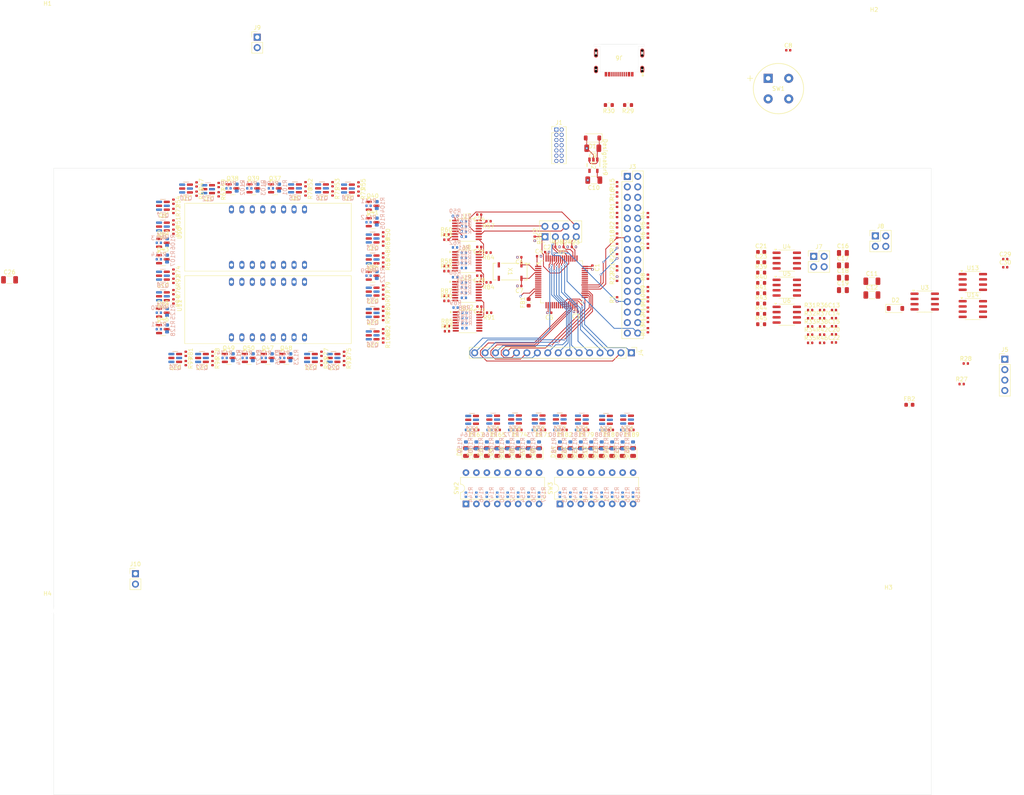
<source format=kicad_pcb>
(kicad_pcb (version 20240108) (generator "pcbnew") (generator_version "8.0")
  (layers (0 "F.Cu" signal) (1 "In1.Cu" signal) (2 "In2.Cu" signal) (3 "In3.Cu" signal) (4 "In4.Cu" signal) (31 "B.Cu" signal) (34 "B.Paste" user) (35 "F.Paste" user) (36 "B.SilkS" user "B.Silkscreen") (37 "F.SilkS" user "F.Silkscreen") (38 "B.Mask" user) (39 "F.Mask" user) (44 "Edge.Cuts" user))
  (net 0 "")
  (net 1 "VDD")
  (net 2 "GND")
  (net 3 "/RCC_OSC32_IN")
  (net 4 "/RCC_OSC32_OUT")
  (net 5 "Net-(C8-Pad1)")
  (net 6 "Net-(C8-Pad2)")
  (net 7 "VBUS")
  (net 8 "Net-(U3-C1+)")
  (net 9 "Net-(U3-C1-)")
  (net 10 "-5V")
  (net 11 "Net-(C16-Pad1)")
  (net 12 "/filters and amps/Output_1b")
  (net 13 "/filters and amps/Ooutput_2b")
  (net 14 "Net-(C17-Pad1)")
  (net 15 "/filters and amps/Output_2a")
  (net 16 "Net-(C18-Pad1)")
  (net 17 "Net-(C19-Pad1)")
  (net 18 "/filters and amps/Output_1a")
  (net 19 "/filters and amps/Non-inverting_input_2b")
  (net 20 "/filters and amps/Non-inverting_input_1b")
  (net 21 "/filters and amps/Non-inverting_input_2a")
  (net 22 "/filters and amps/Non-inverting_input_1a")
  (net 23 "/Display/V_{DISP}")
  (net 24 "Net-(D3-K)")
  (net 25 "Net-(D3-A)")
  (net 26 "Net-(D4-K)")
  (net 27 "Net-(D4-A)")
  (net 28 "Net-(D5-A)")
  (net 29 "Net-(D5-K)")
  (net 30 "Net-(D6-K)")
  (net 31 "Net-(D6-A)")
  (net 32 "Net-(D7-A)")
  (net 33 "Net-(D7-K)")
  (net 34 "Net-(D8-K)")
  (net 35 "Net-(D8-A)")
  (net 36 "Net-(D9-A)")
  (net 37 "Net-(D9-K)")
  (net 38 "Net-(D10-K)")
  (net 39 "Net-(D10-A)")
  (net 40 "Net-(D11-A)")
  (net 41 "Net-(D11-K)")
  (net 42 "Net-(D12-K)")
  (net 43 "Net-(D12-A)")
  (net 44 "Net-(D13-A)")
  (net 45 "Net-(D13-K)")
  (net 46 "Net-(D14-A)")
  (net 47 "Net-(D14-K)")
  (net 48 "Net-(D15-K)")
  (net 49 "Net-(D15-A)")
  (net 50 "Net-(D16-K)")
  (net 51 "Net-(D16-A)")
  (net 52 "Net-(D17-K)")
  (net 53 "Net-(D17-A)")
  (net 54 "Net-(D18-A)")
  (net 55 "Net-(D18-K)")
  (net 56 "VDDA")
  (net 57 "Net-(J5-Pin_4)")
  (net 59 "Net-(J1-Pin_13)")
  (net 60 "Net-(J1-Pin_4)")
  (net 62 "Net-(J1-Pin_14)")
  (net 63 "Net-(J1-Pin_6)")
  (net 67 "/NRST")
  (net 68 "/Display/SO")
  (net 69 "/Display/SRCLK")
  (net 70 "/SER{slash}MOSI")
  (net 71 "/RCLK{slash}CS")
  (net 72 "/SRCLK{slash}CLK")
  (net 73 "/Display/RCLK")
  (net 74 "/Display/SER")
  (net 75 "/SO{slash}MISO")
  (net 76 "/PC1")
  (net 77 "/PC2")
  (net 78 "/ADC")
  (net 79 "/~{RCL}")
  (net 80 "/PC13")
  (net 81 "/PC3")
  (net 82 "/PC7")
  (net 83 "/PC8")
  (net 84 "/PC9")
  (net 85 "/PC6")
  (net 86 "/~{SRCLR}")
  (net 87 "/b3")
  (net 88 "/b5")
  (net 89 "/b1")
  (net 90 "/b6")
  (net 91 "/b4")
  (net 92 "/b2")
  (net 93 "Net-(J5-Pin_3)")
  (net 94 "Net-(J5-Pin_2)")
  (net 95 "OUT")
  (net 96 "/D-")
  (net 98 "/D+")
  (net 100 "Net-(J6-CC2)")
  (net 101 "Net-(J6-CC1)")
  (net 102 "/filters and amps/in_filter_input")
  (net 103 "/filters and amps/conditioned_input")
  (net 104 "/filters and amps/out_filt_input")
  (net 105 "/filters and amps/V_{DAC}")
  (net 106 "/filters and amps/out_conditioning")
  (net 107 "/switches/switch_leds/sl_power")
  (net 108 "Net-(Q1-G)")
  (net 109 "/Display/t16")
  (net 110 "/Display/t1")
  (net 111 "Net-(Q11-D)")
  (net 112 "/Display/t15")
  (net 113 "Net-(Q12-D)")
  (net 114 "/Display/t2")
  (net 115 "Net-(Q13-D)")
  (net 116 "/Display/t7")
  (net 117 "Net-(Q14-D)")
  (net 118 "/Display/t11")
  (net 119 "Net-(Q15-D)")
  (net 120 "/Display/t10")
  (net 121 "Net-(Q16-D)")
  (net 122 "Net-(Q17-D)")
  (net 123 "/Display/t8")
  (net 124 "Net-(Q18-D)")
  (net 125 "/Display/t9")
  (net 126 "Net-(Q10-G)")
  (net 127 "Net-(Q11-G)")
  (net 128 "Net-(Q12-G)")
  (net 129 "Net-(Q13-G)")
  (net 130 "Net-(Q14-G)")
  (net 131 "Net-(Q15-G)")
  (net 132 "Net-(Q16-G)")
  (net 133 "Net-(Q17-G)")
  (net 134 "Net-(Q18-G)")
  (net 135 "Net-(Q19-G)")
  (net 136 "/Display/b16")
  (net 137 "Net-(Q20-G)")
  (net 138 "/Display/b1")
  (net 139 "Net-(Q21-G)")
  (net 140 "/Display/b15")
  (net 141 "/Display/b2")
  (net 142 "Net-(Q22-G)")
  (net 143 "/Display/b7")
  (net 144 "Net-(Q23-G)")
  (net 145 "/Display/b11")
  (net 146 "Net-(Q24-G)")
  (net 147 "Net-(Q25-G)")
  (net 148 "/Display/b10")
  (net 149 "Net-(Q26-G)")
  (net 150 "/Display/b8")
  (net 151 "/Display/b9")
  (net 152 "Net-(Q27-G)")
  (net 153 "Net-(Q28-G)")
  (net 154 "Net-(Q29-G)")
  (net 155 "Net-(Q30-G)")
  (net 156 "Net-(Q31-G)")
  (net 157 "Net-(Q32-G)")
  (net 158 "Net-(Q33-G)")
  (net 159 "Net-(Q34-G)")
  (net 160 "Net-(Q35-G)")
  (net 161 "Net-(Q36-G)")
  (net 162 "Net-(Q37-G)")
  (net 163 "Net-(Q37-D)")
  (net 164 "Net-(Q38-G)")
  (net 165 "Net-(Q38-D)")
  (net 166 "Net-(Q39-G)")
  (net 167 "Net-(Q39-D)")
  (net 168 "Net-(Q40-G)")
  (net 169 "Net-(Q40-D)")
  (net 170 "Net-(Q41-D)")
  (net 171 "Net-(Q41-G)")
  (net 172 "Net-(Q42-D)")
  (net 173 "Net-(Q42-G)")
  (net 174 "Net-(Q43-G)")
  (net 175 "Net-(Q43-D)")
  (net 176 "Net-(Q44-G)")
  (net 177 "Net-(Q44-D)")
  (net 178 "Net-(Q45-G)")
  (net 179 "Net-(Q45-D)")
  (net 180 "Net-(Q46-G)")
  (net 181 "Net-(Q46-D)")
  (net 182 "Net-(Q47-D)")
  (net 183 "Net-(Q47-G)")
  (net 184 "Net-(Q48-G)")
  (net 185 "Net-(Q48-D)")
  (net 186 "Net-(Q49-G)")
  (net 187 "Net-(Q49-D)")
  (net 188 "Net-(Q50-D)")
  (net 189 "Net-(Q50-G)")
  (net 190 "Net-(Q51-G)")
  (net 191 "Net-(Q52-G)")
  (net 192 "Net-(Q53-G)")
  (net 193 "Net-(Q54-G)")
  (net 194 "Net-(Q55-G)")
  (net 195 "Net-(Q56-G)")
  (net 196 "Net-(Q57-G)")
  (net 197 "Net-(Q58-G)")
  (net 198 "Net-(Q59-G)")
  (net 199 "Net-(Q60-G)")
  (net 200 "Net-(Q61-G)")
  (net 201 "Net-(Q62-G)")
  (net 202 "Net-(Q63-G)")
  (net 203 "Net-(Q64-G)")
  (net 204 "Net-(Q65-G)")
  (net 205 "Net-(Q66-G)")
  (net 206 "/BOOT0")
  (net 207 "/PA0")
  (net 208 "/PA1")
  (net 209 "/PA2")
  (net 210 "/PA3")
  (net 211 "/PA6")
  (net 212 "/PA7")
  (net 213 "/PA8")
  (net 214 "/PH0")
  (net 215 "/PH1")
  (net 216 "/PD2")
  (net 217 "MAIN_INPUT+")
  (net 218 "MAIN_INPUT-")
  (net 219 "Net-(U6-Inverting_input_1)")
  (net 220 "/filters and amps/V_{in-}")
  (net 221 "Net-(U6-Inverting_input_2)")
  (net 222 "Net-(U4-Inverting_input_1)")
  (net 223 "Net-(U6-Non-inverting_input_1)")
  (net 224 "Net-(U6-Non-inverting_input_2)")
  (net 225 "/filters and amps/V_{OFF}")
  (net 226 "/Display/p16")
  (net 227 "/Display/p1")
  (net 228 "/Display/p15")
  (net 229 "/Display/p2")
  (net 230 "/Display/p7")
  (net 231 "/Display/p11")
  (net 232 "/Display/p10")
  (net 233 "/Display/p8")
  (net 234 "/Display/p9")
  (net 235 "/Display/p32")
  (net 236 "/Display/p17")
  (net 237 "/Display/p31")
  (net 238 "/Display/p18")
  (net 239 "/Display/p23")
  (net 240 "/Display/p27")
  (net 241 "/Display/p26")
  (net 242 "/Display/p24")
  (net 243 "/Display/p25")
  (net 244 "/Display/t12")
  (net 245 "/Display/t14")
  (net 246 "/Display/t13")
  (net 247 "/Display/t4")
  (net 248 "/Display/t3")
  (net 249 "/Display/t6")
  (net 250 "/Display/t5")
  (net 251 "/Display/p12")
  (net 252 "/Display/p14")
  (net 253 "/Display/p13")
  (net 254 "/Display/p4")
  (net 255 "/Display/p3")
  (net 256 "/Display/p6")
  (net 257 "/Display/p5")
  (net 258 "/Display/b12")
  (net 259 "/Display/b3")
  (net 260 "/Display/b6")
  (net 261 "/Display/b14")
  (net 262 "/Display/b4")
  (net 263 "/Display/b5")
  (net 264 "/Display/b13")
  (net 265 "/Display/p28")
  (net 266 "/Display/p30")
  (net 267 "/Display/p29")
  (net 268 "/Display/p20")
  (net 269 "/Display/p19")
  (net 270 "/Display/p22")
  (net 271 "/Display/p21")
  (net 272 "/b8")
  (net 273 "/b16")
  (net 274 "/b7")
  (net 275 "/b15")
  (net 276 "/b14")
  (net 277 "/b13")
  (net 278 "/b12")
  (net 279 "/b11")
  (net 280 "/b10")
  (net 281 "/b9")
  (net 282 "/1.25V")
  (net 283 "/DAC")
  (net 287 "Net-(U7-QH')")
  (net 288 "Net-(U8-QH')")
  (net 289 "Net-(U12-SER)")
  (footprint "Capacitor_SMD:C_0402_1005Metric" (layer "F.Cu") (at 221.255 98.235)
    (property "Reference" "C22")
    (property "Value" "680pF")
  )
  (footprint "LED_SMD:LED_0805_2012Metric" (layer "F.Cu") (at 157.16 124.88 90)
    (property "Reference" "D12")
    (property "Value" "LED")
  )
  (footprint "LED_SMD:LED_0805_2012Metric" (layer "F.Cu") (at 164.78 124.88 90)
    (property "Reference" "D15")
    (property "Value" "LED")
  )
  (footprint "Resistor_SMD:R_0402_1005Metric" (layer "F.Cu") (at 176 85.26 90)
    (property "Reference" "R9")
    (property "Value" "10kΩ")
  )
  (footprint "Capacitor_SMD:C_0402_1005Metric" (layer "F.Cu") (at 151.48 76.25)
    (property "Reference" "C2")
    (property "Value" "100nF")
  )
  (footprint "Diode_SMD:D_SOD-123" (layer "F.Cu") (at 162.524999 48.5 180)
    (property "Reference" "D1")
    (property "Value" "5.6V~6V")
  )
  (footprint "Package_DIP:DIP-16_W7.62mm" (layer "F.Cu") (at 131.76 137.5 90)
    (property "Reference" "SW2")
    (property "Value" "DS04-254-1L-08BK")
  )
  (footprint "Capacitor_SMD:C_0402_1005Metric" (layer "F.Cu") (at 221.255 90.355)
    (property "Reference" "C13")
    (property "Value" "100nF")
  )
  (footprint "Capacitor_SMD:C_0402_1005Metric" (layer "F.Cu") (at 149.52 77.25)
    (property "Reference" "C4")
    (property "Value" "100nF")
  )
  (footprint "Resistor_SMD:R_0402_1005Metric" (layer "F.Cu") (at 155.75 119.5 180)
    (property "Reference" "R182")
    (property "Value" "4.7kΩ")
  )
  (footprint "Package_SO:SOIC-8_3.9x4.9mm_P1.27mm" (layer "F.Cu") (at 209.775 78.325)
    (property "Reference" "U4")
    (property "Value" "OPA1678IDR")
  )
  (footprint "MountingHole:MountingHole_3.2mm_M3" (layer "F.Cu") (at 231 21.5)
    (property "Reference" "H2")
    (property "Value" "MountingHole")
  )
  (footprint "Resistor_SMD:R_0402_1005Metric" (layer "F.Cu") (at 176 67.26 90)
    (property "Reference" "R4")
    (property "Value" "10kΩ")
  )
  (footprint "Resistor_SMD:R_0402_1005Metric" (layer "F.Cu") (at 176 95.25 90)
    (property "Reference" "R13")
    (property "Value" "10kΩ")
  )
  (footprint "Resistor_SMD:R_0402_1005Metric" (layer "F.Cu") (at 66.25 59.8 -90)
    (property "Reference" "R47")
    (property "Value" "4.7kΩ")
  )
  (footprint "Resistor_SMD:R_0402_1005Metric" (layer "F.Cu") (at 102.125 101 -90)
    (property "Reference" "R75")
    (property "Value" "4.7kΩ")
  )
  (footprint "Package_TO_SOT_SMD:SOT-23" (layer "F.Cu") (at 170.9375 117 180)
    (property "Reference" "Q65")
    (property "Value" "2N7002")
  )
  (footprint "Capacitor_SMD:C_1206_3216Metric" (layer "F.Cu") (at 162.599999 51 180)
    (property "Reference" "C9")
    (property "Value" "10µF")
  )
  (footprint "Resistor_SMD:R_0402_1005Metric" (layer "F.Cu") (at 176 87.75 90)
    (property "Reference" "R10")
    (property "Value" "10kΩ")
  )
  (footprint "Resistor_SMD:R_0402_1005Metric" (layer "F.Cu") (at 111.625 71.95 -90)
    (property "Reference" "R50")
    (property "Value" "4.7kΩ")
  )
  (footprint "Capacitor_SMD:C_0402_1005Metric" (layer "F.Cu") (at 158.5 90.75 180)
    (property "Reference" "C3")
    (property "Value" "100nF")
  )
  (footprint "Resistor_SMD:R_0402_1005Metric" (layer "F.Cu") (at 111.625 90.05 -90)
    (property "Reference" "R80")
    (property "Value" "4.7kΩ")
  )
  (footprint "CMPE2750:USB4510-03-1-A_GCT" (layer "F.Cu") (at 169 29 180)
    (property "Reference" "J6")
    (property "Value" "USB4510-03-1-A")
    (fp_line (start 6.11505 2.74828) (end 6.11505 3.2512) (stroke (width 0.0254)) (layer "Edge.Cuts"))
    (fp_line (start 6.11505 2.74828) (end 4.6228 2.74828) (stroke (width 0.0254)) (layer "Edge.Cuts"))
    (fp_line (start 5.61975 1.74498) (end 5.61975 0.55118) (stroke (width 0.6096)) (layer "Edge.Cuts"))
    (fp_line (start 5.61975 -2.45745) (end 5.61975 -3.24485) (stroke (width 0.6096)) (layer "Edge.Cuts"))
    (fp_line (start 4.6228 -3.4544) (end 4.6228 2.74828) (stroke (width 0.0254)) (layer "Edge.Cuts"))
    (fp_line (start 4.6228 -3.4544) (end -4.6228 -3.4544) (stroke (width 0.0254)) (layer "Edge.Cuts"))
    (fp_line (start -4.4704 3.2512) (end 4.4704 3.2512) (stroke (width 0.0254)) (layer "Edge.Cuts"))
    (fp_line (start -4.6228 2.74828) (end -6.11505 2.74828) (stroke (width 0.0254)) (layer "Edge.Cuts"))
    (fp_line (start -4.6228 -3.4544) (end -4.6228 2.74828) (stroke (width 0.0254)) (layer "Edge.Cuts"))
    (fp_line (start -5.61975 1.74498) (end -5.61975 0.55118) (stroke (width 0.6096)) (layer "Edge.Cuts"))
    (fp_line (start -5.61975 -2.45745) (end -5.61975 -3.24485) (stroke (width 0.6096)) (layer "Edge.Cuts"))
    (fp_line (start -6.11505 3.2512) (end 6.11505 3.2512) (stroke (width 0.0254)) (layer "Edge.Cuts"))
    (fp_line (start -6.11505 2.74828) (end -6.11505 3.2512) (stroke (width 0.0254)) (layer "Edge.Cuts"))
  )
  (footprint "Package_TO_SOT_SMD:SOT-23" (layer "F.Cu") (at 149.4375 116.95 180)
    (property "Reference" "Q55")
    (property "Value" "2N7002")
  )
  (footprint "Resistor_SMD:R_0402_1005Metric" (layer "F.Cu") (at 66.25 62.05 -90)
    (property "Reference" "R65")
    (property "Value" "4.7kΩ")
  )
  (footprint "Connector_PinHeader_2.54mm:PinHeader_2x02_P2.54mm_Vertical" (layer "F.Cu") (at 231.315 72.315)
    (property "Reference" "J8")
    (property "Value" "Conn_02x02_Odd_Even")
  )
  (footprint "Resistor_SMD:R_0402_1005Metric" (layer "F.Cu") (at 137.3875 91 180)
    (property "Reference" "R91")
    (property "Value" "4.7kΩ")
  )
  (footprint "Resistor_SMD:R_0402_1005Metric" (layer "F.Cu") (at 111.625 97.75 -90)
    (property "Reference" "R100")
    (property "Value" "4.7kΩ")
  )
  (footprint "LED_SMD:LED_0805_2012Metric" (layer "F.Cu") (at 144.46 124.88 90)
    (property "Reference" "D8")
    (property "Value" "LED")
  )
  (footprint "Package_TO_SOT_SMD:SOT-23" (layer "F.Cu") (at 109.0625 72.95 180)
    (property "Reference" "Q4")
    (property "Value" "IRLML6402TRPBF")
  )
  (footprint "LED_SMD:LED_0805_2012Metric" (layer "F.Cu") (at 159.7 124.88 90)
    (property "Reference" "D11")
    (property "Value" "LED")
  )
  (footprint "LED_SMD:LED_0805_2012Metric" (layer "F.Cu") (at 169.86 124.88 90)
    (property "Reference" "D17")
    (property "Value" "LED")
  )
  (footprint "LED_SMD:LED_0805_2012Metric" (layer "F.Cu") (at 147 124.88 90)
    (property "Reference" "D7")
    (property "Value" "LED")
  )
  (footprint "Package_TO_SOT_SMD:SOT-23" (layer "F.Cu") (at 109.0625 82)
    (property "Reference" "Q44")
    (property "Value" "2N7002")
  )
  (footprint "MountingHole:MountingHole_3.2mm_M3" (layer "F.Cu") (at 234.5 162)
    (property "Reference" "H3")
    (property "Value" "MountingHole")
  )
  (footprint "Resistor_SMD:R_0402_1005Metric" (layer "F.Cu") (at 215.455 96.335)
    (property "Reference" "R34")
    (property "Value" "16.2kΩ")
  )
  (footprint "Resistor_SMD:R_0402_1005Metric" (layer "F.Cu") (at 168.5 69.74 90)
    (property "Reference" "R2")
    (property "Value" "10kΩ")
  )
  (footprint "CMPE2750:COM-21215" (layer "F.Cu") (at 83.61 72.63)
    (property "Reference" "U10")
    (property "Value" "COM-21215")
  )
  (footprint "Resistor_SMD:R_0402_1005Metric" (layer "F.Cu") (at 215.455 92.355)
    (property "Reference" "R32")
    (property "Value" "ERA2AEB6492X")
  )
  (footprint "Resistor_SMD:R_0402_1005Metric" (layer "F.Cu") (at 218.365 94.345)
    (property "Reference" "R38")
    (property "Value" "ERA2AEB6492X")
  )
  (footprint "Resistor_SMD:R_0402_1005Metric" (layer "F.Cu") (at 127 73.25)
    (property "Reference" "R63")
    (property "Value" "4.7kΩ")
  )
  (footprint "LED_SMD:LED_0805_2012Metric" (layer "F.Cu") (at 131.76 124.88 90)
    (property "Reference" "D3")
    (property "Value" "LED")
  )
  (footprint "Package_TO_SOT_SMD:SOT-23" (layer "F.Cu") (at 138.375 117 180)
    (property "Reference" "Q53")
    (property "Value" "2N7002")
  )
  (footprint "Package_TO_SOT_SMD:SOT-23" (layer "F.Cu") (at 109.0625 91.05 180)
    (property "Reference" "Q25")
    (property "Value" "IRLML6402TRPBF")
  )
  (footprint "Capacitor_SMD:C_0402_1005Metric" (layer "F.Cu") (at 221.255 94.295)
    (property "Reference" "C15")
    (property "Value" "100nF")
  )
  (footprint "Capacitor_SMD:C_1206_3216Metric" (layer "F.Cu") (at 162.849999 58.75 180)
    (property "Reference" "C10")
    (property "Value" "1µF")
  )
  (footprint "Package_TO_SOT_SMD:SOT-23" (layer "F.Cu") (at 58.0625 70.05 180)
    (property "Reference" "Q5")
    (property "Value" "IRLML6402TRPBF")
  )
  (footprint "Capacitor_SMD:C_1206_3216Metric" (layer "F.Cu") (at 230.475 83.345)
    (property "Reference" "C11")
    (property "Value" "10µF")
  )
  (footprint "Capacitor_SMD:C_0402_1005Metric" (layer "F.Cu") (at 144.75 84.5 180)
    (property "Reference" "C7")
    (property "Value" "3.8 pF")
  )
  (footprint "Package_TO_SOT_SMD:SOT-23" (layer "F.Cu") (at 67.5625 102 180)
    (property "Reference" "Q23")
    (property "Value" "IRLML6402TRPBF")
  )
  (footprint "Resistor_SMD:R_0402_1005Metric" (layer "F.Cu") (at 102.125 103.25 -90)
    (property "Reference" "R93")
    (property "Value" "4.7kΩ")
  )
  (footprint "Package_TO_SOT_SMD:SOT-23" (layer "F.Cu") (at 99.5625 102 180)
    (property "Reference" "Q20")
    (property "Value" "IRLML6402TRPBF")
  )
  (footprint "Resistor_SMD:R_0402_1005Metric" (layer "F.Cu") (at 168.5 80.21 90)
    (property "Reference" "R21")
    (property "Value" "10kΩ" (hide yes))
  )
  (footprint "Resistor_SMD:R_0603_1608Metric" (layer "F.Cu") (at 203.545 83.755)
    (property "Reference" "R40")
    (property "Value" "15.4kΩ")
  )
  (footprint "LED_SMD:LED_0805_2012Metric" (layer "F.Cu") (at 154.62 124.88 90)
    (property "Reference" "D14")
    (property "Value" "LED")
  )
  (footprint "Resistor_SMD:R_0402_1005Metric" (layer "F.Cu") (at 92.75 62 -90)
    (property "Reference" "R70")
    (property "Value" "4.7kΩ")
  )
  (footprint "Capacitor_SMD:C_0603_1608Metric" (layer "F.Cu") (at 203.545 76.225)
    (property "Reference" "C21")
    (property "Value" "3.3nF")
  )
  (footprint "Resistor_SMD:R_0402_1005Metric" (layer "F.Cu") (at 111.625 87.125 -90)
    (property "Reference" "R97")
    (property "Value" "4.7kΩ")
  )
  (footprint "Package_TO_SOT_SMD:SOT-23" (layer "F.Cu") (at 78.9375 102)
    (property "Reference" "Q50")
    (property "Value" "2N7002")
  )
  (footprint "Capacitor_SMD:C_0402_1005Metric" (layer "F.Cu") (at 135.02 89.5 180)
    (property "Reference" "C27")
    (property "Value" "100nF")
  )
  (footprint "Resistor_SMD:R_0402_1005Metric" (layer "F.Cu") (at 127.1375 94.25)
    (property "Reference" "R85")
    (property "Value" "4.7kΩ")
  )
  (footprint "Resistor_SMD:R_0402_1005Metric" (layer "F.Cu") (at 60.625 66.25 -90)
    (property "Reference" "R72")
    (property "Value" "4.7kΩ")
  )
  (footprint "Resistor_SMD:R_0603_1608Metric" (layer "F.Cu") (at 203.545 88.775)
    (property "Reference" "R43")
    (property "Value" "26.7kΩ")
  )
  (footprint "Package_TO_SOT_SMD:SOT-23" (layer "F.Cu") (at 133.25 117.05 180)
    (property "Reference" "Q51")
    (property "Value" "2N7002")
  )
  (footprint "Package_TO_SOT_SMD:SOT-23" (layer "F.Cu") (at 109.0625 69)
    (property "Reference" "Q41")
    (property "Value" "2N7002")
  )
  (footprint "LED_SMD:LED_0805_2012Metric" (layer "F.Cu") (at 149.54 124.88 90)
    (property "Reference" "D9")
    (property "Value" "LED")
  )
  (footprint "Capacitor_SMD:C_0805_2012Metric" (layer "F.Cu") (at 223.425 82.495)
    (property "Reference" "C18")
    (property "Value" "10nF")
  )
  (footprint "Resistor_SMD:R_0402_1005Metric" (layer "F.Cu") (at 127 80.875)
    (property "Reference" "R56")
    (property "Value" "4.7kΩ")
  )
  (footprint "Package_SO:SOIC-8_3.9x4.9mm_P1.27mm" (layer "F.Cu") (at 209.775 84.905)
    (property "Reference" "U5")
    (property "Value" "OPA1678IDR")
  )
  (footprint "Package_TO_SOT_SMD:SOT-23" (layer "F.Cu") (at 103.0625 60.8 180)
    (property "Reference" "Q9")
    (property "Value" "IRLML6402TRPBF")
  )
  (footprint "Capacitor_SMD:C_0402_1005Metric" (layer "F.Cu") (at 210.1304 27.1639)
    (property "Reference" "C8")
    (property "Value" "100nF")
  )
  (footprint "Resistor_SMD:R_0402_1005Metric" (layer "F.Cu") (at 150.5 119.5 180)
    (property "Reference" "R171")
    (property "Value" "4.7kΩ")
  )
  (footprint "Package_SO:SOIC-8_3.9x4.9mm_P1.27mm" (layer "F.Cu") (at 255.025 90.105)
    (property "Reference" "U14")
    (property "Value" "OPA1678IDR")
  )
  (footprint "Resistor_SMD:R_0402_1005Metric" (layer "F.Cu") (at 111.625 95.5 -90)
    (property "Reference" "R82")
    (property "Value" "4.7kΩ")
  )
  (footprint "Connector_PinHeader_2.54mm:PinHeader_2x16_P2.54mm_Vertical" (layer "F.Cu") (at 171 57.85)
    (property "Reference" "J3")
    (property "Value" "Conn_02x16_Odd_Even" (hide yes))
  )
  (footprint "Package_TO_SOT_SMD:SOT-23" (layer "F.Cu") (at 58.0625 87 180)
    (property "Reference" "Q21")
    (property "Value" "IRLML6402TRPBF")
  )
  (footprint "Resistor_SMD:R_0603_1608Metric" (layer "F.Cu") (at 203.545 91.285)
    (property "Reference" "R44")
    (property "Value" "15.4kΩ")
  )
  (footprint "Package_DIP:DIP-16_W7.62mm" (layer "F.Cu") (at 154.62 137.5 90)
    (property "Reference" "SW3")
    (property "Value" "DS04-254-1L-08BK")
  )
  (footprint "Resistor_SMD:R_0402_1005Metric" (layer "F.Cu") (at 60.625 69.05 -90)
    (property "Reference" "R51")
    (property "Value" "4.7kΩ")
  )
  (footprint "Package_SO:SOIC-8_3.9x4.9mm_P1.27mm" (layer "F.Cu") (at 243.315 88.285)
    (property "Reference" "U3")
    (property "Value" "LMC7660IMX/NOPB")
  )
  (footprint "Resistor_SMD:R_0402_1005Metric" (layer "F.Cu") (at 218.365 98.325)
    (property "Reference" "R46")
    (property "Value" "5.49kΩ")
  )
  (footprint "MountingHole:MountingHole_3.2mm_M3" (layer "F.Cu") (at 30 163.5)
    (property "Reference" "H4")
    (property "Value" "MountingHole")
  )
  (footprint "Resistor_SMD:R_0402_1005Metric" (layer "F.Cu") (at 156 75)
    (property "Reference" "R24")
    (property "Value" "10kΩ" (hide yes))
  )
  (footprint "Package_TO_SOT_SMD:SOT-23" (layer "F.Cu") (at 58.0625 65 180)
    (property "Reference" "Q8")
    (property "Value" "IRLML6402TRPBF")
  )
  (footprint "LED_SMD:LED_0805_2012Metric" (layer "F.Cu") (at 136.84 124.88 90)
    (property "Reference" "D5")
    (property "Value" "LED")
  )
  (footprint "Resistor_SMD:R_0402_1005Metric" (layer "F.Cu") (at 60.625 83.25 -90)
    (property "Reference" "R92")
    (property "Value" "4.7kΩ")
  )
  (footprint "Resistor_SMD:R_0402_1005Metric" (layer "F.Cu") (at 218.365 90.365)
    (property "Reference" "R36")
    (property "Value" "16.2kΩ")
  )
  (footprint "Connector_PinHeader_2.54mm:PinHeader_2x04_P2.54mm_Vertical" (layer "F.Cu") (at 150.96 72.54 90)
    (property "Reference" "J2")
    (property "Value" "Conn_02x04_Odd_Even")
  )
  (footprint "Resistor_SMD:R_0402_1005Metric" (layer "F.Cu") (at 168.5 64.76 90)
    (property "Reference" "R17")
    (property "Value" "10kΩ" (hide yes))
  )
  (footprint "Inductor_SMD:L_0603_1608Metric" (layer "F.Cu") (at 239.5875 113.39)
    (property "Reference" "FB2")
    (property "Value" "FerriteBead")
  )
  (footprint "Resistor_SMD:R_0402_1005Metric" (layer "F.Cu") (at 127.1375 95.5)
    (property "Reference" "R83")
    (property "Value" "4.7kΩ")
  )
  (footprint "Capacitor_SMD:C_0402_1005Metric" (layer "F.Cu") (at 144.75 77.5 180)
    (property "Reference" "C6")
    (property "Value" "3.8 pF")
  )
  (footprint "Package_SO:TSSOP-16_4.4x5mm_P0.65mm" (layer "F.Cu") (at 132 78.5)
    (property "Reference" "U8")
    (property "Value" "SN74AHC594PWR")
  )
  (footprint "Resistor_SMD:R_0402_1005Metric" (layer "F.Cu") (at 215.455 90.365)
    (property "Reference" "R31")
    (property "Value" "16.2kΩ")
  )
  (footprint "Resistor_SMD:R_0402_1005Metric" (layer "F.Cu") (at 154 75)
    (property "Reference" "R25")
    (property "Value" "10kΩ")
  )
  (footprint "Connector_PinHeader_2.54mm:PinHeader_1x02_P2.54mm_Vertical" (layer "F.Cu") (at 81 24)
    (property "Reference" "J9")
    (property "Value" "Conn_01x02")
  )
  (footprint "Resistor_SMD:R_0402_1005Metric" (layer "F.Cu") (at 176 92.75 90)
    (property "Reference" "R12")
    (property "Value" "10kΩ")
  )
  (footprint "Resistor_SMD:R_0402_1005Metric" (layer "F.Cu") (at 252.3 108.35)
    (property "Reference" "R27")
    (property "Value" "10kΩ")
  )
  (footprint "Resistor_SMD:R_0402_1005Metric" (layer "F.Cu") (at 60.625 64 -90)
    (property "Reference" "R54")
    (property "Value" "4.7kΩ")
  )
  (footprint "Package_TO_SOT_SMD:SOT-23" (layer "F.Cu") (at 96.75 60.75 180)
    (property "Reference" "Q7")
    (property "Value" "IRLML6402TRPBF")
  )
  (footprint "Resistor_SMD:R_0402_1005Metric" (layer "F.Cu") (at 111.625 77.05 -90)
    (property "Reference" "R48")
    (property "Value" "4.7kΩ")
  )
  (footprint "Resistor_SMD:R_0402_1005Metric" (layer "F.Cu") (at 99.3125 59.75 -90)
    (property "Reference" "R53")
    (property "Value" "4.7kΩ")
  )
  (footprint "Package_TO_SOT_SMD:SOT-23" (layer "F.Cu") (at 69.0625 60.95 180)
    (property "Reference" "Q3")
    (property "Value" "IRLML6402TRPBF")
  )
  (footprint "Package_TO_SOT_SMD:SOT-23" (layer "F.Cu") (at 94.0625 102 180)
    (property "Reference" "Q22")
    (property "Value" "IRLML6402TRPBF")
  )
  (footprint "Resistor_SMD:R_0402_1005Metric" (layer "F.Cu") (at 218.365 96.335)
    (property "Reference" "R42")
    (property "Value" "5.49kΩ")
  )
  (footprint "Package_TO_SOT_SMD:SOT-23" (layer "F.Cu") (at 83.5625 102)
    (property "Reference" "Q47")
    (property "Value" "2N7002")
  )
  (footprint "CMPE2750:X_ABS25_ABR" (layer "F.Cu") (at 142.5 81 -90)
    (property "Reference" "X1")
    (property "Value" "ABS25-32.768KHZ-6-T")
  )
  (footprint "Resistor_SMD:R_0402_1005Metric" (layer "F.Cu") (at 70.125 103.25 -90)
    (property "Reference" "R96")
    (property "Value" "4.7kΩ")
  )
  (footprint "Resistor_SMD:R_0402_1005Metric" (layer "F.Cu") (at 176 82.26 90)
    (property "Reference" "R8")
    (property "Value" "10kΩ")
  )
  (footprint "Resistor_SMD:R_0402_1005Metric" (layer "F.Cu") (at 218.365 92.355)
    (property "Reference" "R37")
    (property "Value" "16.2kΩ")
  )
  (footprint "Resistor_SMD:R_0402_1005Metric" (layer "F.Cu") (at 176 69.76 90)
    (property "Reference" "R5")
    (property "Value" "10kΩ")
  )
  (footprint "Resistor_SMD:R_0402_1005Metric" (layer "F.Cu") (at 127 79.625)
    (property "Reference" "R58")
    (property "Value" "4.7kΩ")
  )
  (footprint "Package_TO_SOT_SMD:SOT-23" (layer "F.Cu") (at 58.0625 95)
    (property "Reference" "Q46")
    (property "Value" "2N7002")
  )
  (footprint "Package_TO_SOT_SMD:SOT-23" (layer "F.Cu") (at 165.8125 117.05 180)
    (property "Reference" "Q63")
    (property "Value" "2N7002")
  )
  (footprint "MountingHole:MountingHole_3.2mm_M3" (layer "F.Cu") (at 30 20)
    (property "Reference" "H1")
    (property "Value" "MountingHole")
  )
  (footprint "Resistor_SMD:R_0402_1005Metric" (layer "F.Cu") (at 60.625 71.3 -90)
    (property "Reference" "R69")
    (property "Value" "4.7kΩ")
  )
  (footprint "Resistor_SMD:R_0402_1005Metric" (layer "F.Cu") (at 99.3125 62 -90)
    (property "Reference" "R71")
    (property "Value" "4.7kΩ")
  )
  (footprint "Package_SO:TSSOP-16_4.4x5mm_P0.65mm" (layer "F.Cu") (at 132 85.75)
    (property "Reference" "U9")
    (property "Value" "SN74AHC594PWR")
  )
  (footprint "Package_TO_SOT_SMD:SOT-23" (layer "F.Cu") (at 58.0625 74)
    (property "Reference" "Q42")
    (property "Value" "2N7002")
  )
  (footprint "Capacitor_SMD:C_1206_3216Metric" (layer "F.Cu") (at 20.7675 82.995)
    (property "Reference" "C26")
    (property "Value" "10µF")
  )
  (footprint "Resistor_SMD:R_0402_1005Metric" (layer "F.Cu") (at 96.625 101 -90)
    (property "Reference" "R77")
    (property "Value" "4.7kΩ")
  )
  (footprint "Resistor_SMD:R_0402_1005Metric" (layer "F.Cu") (at 161 119.5 180)
    (property "Reference" "R179")
    (property "Value" "4.7kΩ")
  )
  (footprint "Resistor_SMD:R_0402_1005Metric" (layer "F.Cu") (at 134.25 119.5 180)
    (property "Reference" "R163")
    (property "Value" "4.7kΩ")
  )
  (footprint "Resistor_SMD:R_0402_1005Metric" (layer "F.Cu") (at 71.625 62.2 -90)
    (property "Reference" "R67")
    (property "Value" "4.7kΩ")
  )
  (footprint "Resistor_SMD:R_0402_1005Metric" (layer "F.Cu") (at 168.5 62.24 90)
    (property "Reference" "R16")
    (property "Value" "10kΩ")
  )
  (footprint "Package_QFP:LQFP-64_10x10mm_P0.5mm" (layer "F.Cu") (at 155 83.5)
    (property "Reference" "U1")
    (property "Value" "STM32L476RGTx")
  )
  (footprint "LED_SMD:LED_0805_2012Metric" (layer "F.Cu") (at 139.38 124.88 90)
    (property "Reference" "D6")
    (property "Value" "LED")
  )
  (footprint "Package_TO_SOT_SMD:SOT-23" (layer "F.Cu") (at 85.3125 60.75)
    (property "Reference" "Q37")
    (property "Value" "2N7002")
  )
  (footprint "Package_TO_SOT_SMD:SOT-23" (layer "F.Cu") (at 75 60.75)
    (property "Reference" "Q38")
    (property "Value" "2N7002")
  )
  (footprint "Resistor_SMD:R_0402_1005Metric" (layer "F.Cu") (at 253.31 103.35)
    (property "Reference" "R28")
    (property "Value" "10kΩ")
  )
  (footprint "Capacitor_SMD:C_0402_1005Metric" (layer "F.Cu") (at 152.02 91 180)
    (property "Reference" "C5")
    (property "Value" "100nF")
  )
  (footprint "Resistor_SMD:R_0402_1005Metric" (layer "F.Cu") (at 215.455 98.325)
    (property "Reference" "R35")
    (property "Value" "ERA2AEB6492X")
  )
  (footprint "Capacitor_SMD:C_0402_1005Metric" (layer "F.Cu") (at 134.98 67.125 180)
    (property "Reference" "C24")
    (property "Value" "100nF")
  )
  (footprint "Package_TO_SOT_SMD:SOT-23" (layer "F.Cu") (at 109.0625 85.875 180)
    (property "Reference" "Q24")
    (property "Value" "IRLML6402TRPBF")
  )
  (footprint "Resistor_SMD:R_0402_1005Metric" (layer "F.Cu") (at 172 119.5 180)
    (property "Reference" "R189")
    (property "Value" "4.7kΩ")
  )
  (footprint "Resistor_SMD:R_0402_1005Metric" (layer "F.Cu") (at 137.25 68.75 180)
    (property "Reference" "R57")
    (property "Value" "4.7kΩ")
  )
  (footprint "Resistor_SMD:R_0402_1005Metric" (layer "F.Cu") (at 70.125 101 -90)
    (property "Reference" "R78")
    (property "Value" "4.7kΩ")
  )
  (footprint "Capacitor_SMD:C_0805_2012Metric" (layer "F.Cu") (at 223.425 79.485)
    (property "Reference" "C17")
    (property "Value" "10nF")
  )
  (footprint "Resistor_SMD:R_0603_1608Metric" (layer "F.Cu") (at 171.175 40.5 180)
    (property "Reference" "R29")
    (property "Value" "5.1kΩ")
  )
  (footprint "Resistor_SMD:R_0402_1005Metric" (layer "F.Cu") (at 111.625 79.3 -90)
    (property "Reference" "R66")
    (property "Value" "4.7kΩ")
  )
  (footprint "Package_TO_SOT_SMD:SOT-23" (layer "F.Cu") (at 143.6875 116.95 180)
    (property "Reference" "Q58")
    (property "Value" "2N7002")
  )
  (footprint "Resistor_SMD:R_0402_1005Metric" (layer "F.Cu") (at 111.625 74.2 -90)
    (property "Reference" "R68")
    (property "Value" "4.7kΩ")
  )
  (footprint "Resistor_SMD:R_0402_1005Metric" (layer "F.Cu") (at 215.455 94.345)
    (property "Reference" "R33")
    (property "Value" "ERA2AEB6492X")
  )
  (footprint "Capacitor_SMD:C_0402_1005Metric" (layer "F.Cu") (at 221.255 92.325)
    (property "Reference" "C14")
    (property "Value" "100nF")
  )
  (footprint "Resistor_SMD:R_0402_1005Metric" (layer "F.Cu") (at 63.625 103.25 -90)
    (property "Reference" "R99")
    (property "Value" "4.7kΩ")
  )
  (footprint "Resistor_SMD:R_0402_1005Metric" (layer "F.Cu") (at 139.49 119.5 180)
    (property "Reference" "R165")
    (property "Value" "4.7kΩ")
  )
  (footprint "Package_TO_SOT_SMD:SOT-23" (layer "F.Cu") (at 90.1875 60.75 180)
    (property "Reference" "Q6")
    (property "Value" "IRLML6402TRPBF")
  )
  (footprint "Connector_PinHeader_2.54mm:PinHeader_1x04_P2.54mm_Vertical" (layer "F.Cu") (at 262.8 102.31)
    (property "Reference" "J5")
    (property "Value" "Conn_01x04")
  )
  (footprint "Capacitor_SMD:C_0402_1005Metric" (layer "F.Cu") (at 262.9 79.93)
    (property "Reference" "C30")
    (property "Value" "100nF")
  )
  (footprint "Resistor_SMD:R_0402_1005Metric" (layer "F.Cu") (at 176 72.25 90)
    (property "Reference" "R6")
    (property "Value" "10kΩ")
  )
  (footprint "Connector_PinHeader_2.54mm:PinHeader_1x16_P2.54mm_Vertical" (layer "F.Cu") (at 171.98 100.75 -90)
    (property "Reference" "J4")
    (property "Value" "Conn_01x16")
  )
  (footprint "Capacitor_SMD:C_0402_1005Metric" (layer "F.Cu") (at 134.98 75 180)
    (property "Reference" "C25")
    (property "Value" "100nF")
  )
  (footprint "Resistor_SMD:R_0603_1608Metric" (layer "F.Cu") (at 203.545 86.265)
    (property "Reference" "R41")
    (property "Value" "15.4kΩ")
  )
  (footprint "Resistor_SMD:R_0402_1005Metric" (layer "F.Cu") (at 168.5 67.24 90)
    (property "Reference" "R3")
    (property "Value" "10kΩ")
  )
  (footprint "Resistor_SMD:R_0402_1005Metric" (layer "F.Cu") (at 127 88.125)
    (property "Reference" "R90")
    (property "Value" "4.7kΩ")
  )
  (footprint "Resistor_SMD:R_0402_1005Metric" (layer "F.Cu") (at 168.5 77.26 90)
    (property "Reference" "R20")
    (property "Value" "10kΩ" (hide yes))
  )
  (footprint "Resistor_SMD:R_0402_1005Metric" (layer "F.Cu") (at 111.625 84.875 -90)
    (property "Reference" "R79")
    (property "Value" "4.7kΩ")
  )
  (footprint "Capacitor_SMD:C_0805_2012Metric" (layer "F.Cu") (at 223.425 85.505)
    (property "Reference" "C19")
    (property "Value" "10nF")
  )
  (footprint "LED_SMD:LED_0805_2012Metric" (layer "F.Cu") (at 167.32 124.88 90)
    (property "Reference" "D16")
    (property "Value" "LED")
  )
  (footprint "Capacitor_SMD:C_0805_2012Metric" (layer "F.Cu") (at 223.425 76.475)
    (property "Reference" "C16")
    (property "Value" "10nF")
  )
  (footprint "Resistor_SMD:R_0402_1005Metric" (layer "F.Cu") (at 137.25 83.625 180)
    (property "Reference" "R84")
    (property "Value" "4.7kΩ")
  )
  (footprint "Resistor_SMD:R_0603_1608Metric" (layer "F.Cu") (at 166.5 40.5 180)
    (property "Reference" "R30")
    (property "Value" "5.1kΩ")
  )
  (footprint "Diode_SMD:D_SOD-123" (layer "F.Cu") (at 236.22 89.955)
    (property "Reference" "D2")
    (property "Value" "5.6V~6V")
  )
  (footprint "Package_TO_SOT_SMD:SOT-23" (layer "F.Cu") (at 80.0625 60.75)
    (property "Reference" "Q39")
    (property "Value" "2N7002")
  )
  (footprint "Resistor_SMD:R_0402_1005Metric" (layer "F.Cu") (at 60.625 86 -90)
    (property "Reference" "R76")
    (property "Value" "4.7kΩ")
  )
  (footprint "Resistor_SMD:R_0402_1005Metric" (layer "F.Cu") (at 92.75 59.75 -90)
    (property "Reference" "R52")
    (property "Value" "4.7kΩ")
  )
  (footprint "Package_SO:SOIC-8_3.9x4.9mm_P1.27mm" (layer "F.Cu") (at 209.775 91.485)
    (property "Reference" "U6")
    (property "Value" "OPA1678IDR")
  )
  (footprint "Resistor_SMD:R_0402_1005Metric" (layer "F.Cu") (at 137.25 76.375 180)
    (property "Reference" "R64")
    (property "Value" "4.7kΩ")
  )
  (footprint "Package_TO_SOT_SMD:SOT-23" (layer "F.Cu") (at 159.9375 117 180)
    (property "Reference" "Q59")
    (property "Value" "2N7002")
  )
  (footprint "Package_TO_SOT_SMD:SOT-23" (layer "F.Cu") (at 154.5625 116.95 180)
    (property "Reference" "Q62")
    (property "Value" "2N7002")
  )
  (footprint "Package_TO_SOT_SMD:SOT-23" (layer "F.Cu") (at 61.0625 102 180)
    (property "Reference" "Q26")
    (property "Value" "IRLML6402TRPBF")
  )
  (footprint "Resistor_SMD:R_0402_1005Metric" (layer "F.Cu") (at 111.625 92.3 -90)
    (property "Reference" "R98")
    (property "Value" "4.7kΩ")
  )
  (footprint "Resistor_SMD:R_0402_1005Metric" (layer "F.Cu") (at 168.5 59.76 90)
    (property "Reference" "R15")
    (property "Value" "10kΩ")
  )
  (footprint "Connector_PinHeader_2.54mm:PinHeader_2x02_P2.54mm_Vertical" (layer "F.Cu") (at 216.325 77.295)
    (property "Reference" "J7")
    (property "Value" "Conn_02x02_Odd_Even")
  )
  (footprint "Connector_PinHeader_2.54mm:PinHeader_1x02_P2.54mm_Vertical" (layer "F.Cu") (at 51.38 154.465)
    (property "Reference" "J10")
    (property "Value" "Conn_01x02")
  )
  (footprint "Package_TO_SOT_SMD:SOT-23" (layer "F.Cu") (at 58.0625 91)
    (property "Reference" "Q45")
    (property "Value" "2N7002")
  )
  (footprint "Connector_PinHeader_1.27mm:PinHeader_2x07_P1.27mm_Vertical" (layer "F.Cu") (at 153.75 46.46)
    (property "Reference" "J1")
    (property "Value" "Conn_02x07_Odd_Even")
  )
  (footprint "Resistor_SMD:R_0402_1005Metric" (layer "F.Cu") (at 127 72)
    (property "Reference" "R60")
    (property "Value" "4.7kΩ")
  )
  (footprint "LED_SMD:LED_0805_2012Metric" (layer "F.Cu") (at 141.92 124.88 90)
    (property "Reference" "D10")
    (property "Value" "LED")
  )
  (footprint "Resistor_SMD:R_0402_1005Metric" (layer "F.Cu") (at 167 119.5 180)
    (property "Reference" "R187")
    (property "Value" "4.7kΩ")
  )
  (footprint "Capacitor_SMD:C_0402_1005Metric" (layer "F.Cu") (at 134.98 82 180)
    (property "Reference" "C28")
    (property "Value" "100nF")
  )
  (footprint "Resistor_SMD:R_0402_1005Metric" (layer "F.Cu") (at 71.625 59.95 -90)
    (property "Reference" "R49")
    (property "Value" "4.7kΩ")
  )
  (footprint "Capacitor_SMD:C_0402_1005Metric" (layer "F.Cu") (at 162.5 80 -90)
    (property "Reference" "C1")
    (property "Value" "100nF")
  )
  (footprint "LED_SMD:LED_0805_2012Metric" (layer "F.Cu") (at 134.3 124.88 90)
    (property "Reference" "D4")
    (property "Value" "LED")
  )
  (footprint "Resistor_SMD:R_0603_1608Metric" (layer "F.Cu") (at 203.545 93.795)
    (property "Reference" "R45")
    (property "Value" "15.4kΩ")
  )
  (footprint "Capacitor_SMD:C_0402_1005Metric" (layer "F.Cu") (at 262.9 77.96)
    (property "Reference" "C29")
    (property "Value" "100nF")
  )
  (footprint "Capacitor_SMD:C_0402_1005Metric" (layer "F.Cu") (at 221.255 96.265)
    (property "Reference" "C20")
    (property "Value" "680pF")
  )
  (footprint "Package_TO_SOT_SMD:SOT-23" (layer "F.Cu") (at 58.0625 78)
    (property "Reference" "Q43")
    (property "Value" "2N7002")
  )
  (footprint "Resistor_SMD:R_0402_1005Metric" (layer "F.Cu") (at 127 86.875)
    (property "Reference" "R87")
    (property "Value" "4.7kΩ")
  )
  (footprint "Package_TO_SOT_SMD:SOT-23" (layer "F.Cu") (at 58.0625 82 180)
    (property "Reference" "Q19")
    (property "Value" "IRLML6402TRPBF")
  )
  (footprint "Package_TO_SOT_SMD:SOT-23" (layer "F.Cu") (at 74.0625 102)
    (property "Reference" "Q49")
    (property "Value" "2N7002")
  )
  (footprint "Package_TO_SOT_SMD:SOT-23" (layer "F.Cu") (at 88.0625 102)
    (property "Reference" "Q48")
    (property "Value" "2N7002")
  )
  (footprint "Resistor_SMD:R_0402_1005Metric" (layer "F.Cu") (at 144.75 119.5 180)
    (property "Reference" "R174")
    (property "Value" "4.7kΩ")
  )
  (footprint "Resistor_SMD:R_0402_1005Metric" (layer "F.Cu") (at 158 75)
    (property "Reference" "R23")
    (property "Value" "10kΩ" (hide yes))
  )
  (footprint "Resistor_SMD:R_0402_1005Metric" (layer "F.Cu") (at 96.625 103.25 -90)
    (property "Reference" "R95")
    (property "Value" "4.7kΩ")
  )
  (footprint "Package_TO_SOT_SMD:SOT-23" (layer "F.Cu") (at 63.6875 60.8 180)
    (property "Reference" "Q1")
    (property "Value" "IRLML6402TRPBF")
  )
  (footprint "Resistor_SMD:R_0402_1005Metric" (layer "F.Cu") (at 63.625 101 -90)
    (property "Reference" "R81")
    (property "Value" "4.7kΩ")
  )
  (footprint "Resistor_SMD:R_0402_1005Metric" (layer "F.Cu") (at 168.5 72.25 90)
    (property "Reference" "R18")
    (property "Value" "10kΩ" (hide yes))
  )
  (footprint "Resistor_SMD:R_0402_1005Metric" (layer "F.Cu") (at 105.625 59.8 -90)
    (property "Reference" "R55")
    (property "Value" "4.7kΩ")
  )
  (footprint "CMPE2750:D6R_CNK" (layer "F.Cu") (at 205.25 34)
    (property "Reference" "SW1")
    (property "Value" "D6R90F1LFS")
  )
  (footprint "Capacitor_SMD:C_0603_1608Metric" (layer "F.Cu") (at 203.545 78.735)
    (property "Reference" "C23")
    (property "Value" "3.3nF")
  )
  (footprint "Package_TO_SOT_SMD:SOT-23" (layer "F.Cu") (at 109.0625 65)
    (property "Reference" "Q40")
    (property "Value" "2N7002")
  )
  (footprint "Resistor_SMD:R_0402_1005Metric" (layer "F.Cu") (at 60.625 88.25 -90)
    (property "Reference" "R94")
    (property "Value" "4.7kΩ")
  )
  (footprint "Package_TO_SOT_SMD:SOT-23" (layer "F.Cu") (at 109.0625 96.5 180)
    (property "Reference" "Q27")
    (property "Value" "IRLML6402TRPBF")
  )
  (footprint "Resistor_SMD:R_0603_1608Metric" (layer "F.Cu") (at 203.545 81.245)
    (property "Reference" "R39")
    (property "Value" "26.7kΩ")
  )
  (footprint "Package_SO:TSSOP-16_4.4x5mm_P0.65mm" (layer "F.Cu") (at 132 70.875)
    (property "Reference" "U7")
    (property "Value" "SN74AHC594PWR")
  )
  (footprint "Package_TO_SOT_SMD:SOT-23" (layer "F.Cu") (at 109.0625 78.05 180)
    (property "Reference" "Q2")
    (property "Value" "IRLML6402TRPBF")
  )
  (footprint "LED_SMD:LED_0805_2012Metric" (layer "F.Cu") (at 172.4 124.88 90)
    (property "Reference" "D18")
    (property "Value" "LED")
  )
  (footprint "Resistor_SMD:R_0402_1005Metric" (layer "F.Cu") (at 168.5 87.74 90)
    (property "Reference" "R1")
    (property "Value" "10kΩ")
  )
  (footprint "CMPE2750:COM-21215" (layer "F.Cu") (at 83.61 90.25)
    (property "Reference" "U11")
    (property "Value" "COM-21215")
  )
  (footprint "Package_SO:SOIC-8_3.9x4.9mm_P1.27mm" (layer "F.Cu") (at 255.025 83.525)
    (property "Reference" "U13")
    (property "Value" "OPA1678IDR")
  )
  (footprint "Resistor_SMD:R_0402_1005Metric" (layer "F.Cu") (at 105.625 62.05 -90)
    (property "Reference" "R73")
    (property "Value" "4.7kΩ")
  )
  (footprint "Resistor_SMD:R_0402_1005Metric" (layer "F.Cu") (at 176 74.75 90)
    (property "Reference" "R7")
    (property "Value" "10kΩ")
  )
  (footprint "Resistor_SMD:R_0402_1005Metric" (layer "F.Cu") (at 148.5 73 -90)
    (property "Reference" "R26")
    (property "Value" "10kΩ")
  )
  (footprint "Inductor_SMD:L_0603_1608Metric" (layer "F.Cu") (at 147 88.5 90)
    (property "Reference" "FB1")
    (property "Value" "FerriteBead")
  )
  (footprint "Capacitor_SMD:C_1206_3216Metric" (layer "F.Cu") (at 230.475 86.695)
    (property "Reference" "C12")
    (property "Value" "10µF")
  )
  (footprint "CMPE2750:DBV0005A_N" (layer "F.Cu") (at 162.75 55.125001 -90)
    (property "Reference" "U2")
    (property "Value" "LP5907MFX-3.3/NOPB")
  )
  (footprint "Resistor_SMD:R_0402_1005Metric" (layer "F.Cu") (at 168.5 82.74 90)
    (property "Reference" "R22")
    (property "Value" "10kΩ" (hide yes))
  )
  (footprint "Resistor_SMD:R_0402_1005Metric" (layer "F.Cu") (at 176 90.25 90)
    (property "Reference" "R11")
    (property "Value" "10kΩ")
  )
  (footprint "Resistor_SMD:R_0402_1005Metric" (layer "F.Cu") (at 168.5 74.75 90)
    (property "Reference" "R19")
    (property "Value" "10kΩ" (hide yes))
  )
  (footprint "LED_SMD:LED_0805_2012Metric" (layer "F.Cu") (at 162.24 124.88 90)
    (property "Reference" "D13")
    (property "Value" "LED")
  )
  (footprint "Resistor_SMD:R_0402_1005Metric" (layer "F.Cu") (at 60.625 81 -90)
    (property "Reference" "R74")
    (property "Value" "4.7kΩ")
  )
  (footprint "Package_SO:TSSOP-16_4.4x5mm_P0.65mm" (layer "F.Cu") (at 132.1375 93.125)
    (property "Reference" "U12")
    (property "Value" "SN74AHC594PWR")
  )
  (footprint "Resistor_SMD:R_0402_1005Metric" (layer "B.Cu") (at 131.25 76.375 180)
    (property "Reference" "R61")
    (property "Value" "4.7kΩ")
  )
  (footprint "Resistor_SMD:R_0402_1005Metric" (layer "B.Cu") (at 131.25 86.125 180)
    (property "Reference" "R142")
    (property "Value" "4.7kΩ")
  )
  (footprint "Package_TO_SOT_SMD:SOT-23" (layer "B.Cu") (at 90.1875 60.75)
    (property "Reference" "Q15")
    (property "Value" "2N7002")
  )
  (footprint "Package_TO_SOT_SMD:SOT-23" (layer "B.Cu") (at 99.5625 102)
    (property "Reference" "Q29")
    (property "Value" "2N7002")
  )
  (footprint "Resistor_SMD:R_0402_1005Metric" (layer "B.Cu") (at 131.3875 93.5 180)
    (property "Reference" "R138")
    (property "Value" "4.7kΩ")
  )
  (footprint "Resistor_SMD:R_0402_1005Metric" (layer "B.Cu") (at 162.22 135.25 90)
    (property "Reference" "R149")
    (property "Value" "10kΩ")
  )
  (footprint "Resistor_SMD:R_0402_1005Metric" (layer "B.Cu") (at 131.25 77.625 180)
    (property "Reference" "R115")
    (property "Value" "4.7kΩ")
  )
  (footprint "Resistor_SMD:R_0603_1608Metric" (layer "B.Cu") (at 164.77 123.25 -90)
    (property "Reference" "R183")
    (property "Value" "133Ω")
  )
  (footprint "Resistor_SMD:R_0402_1005Metric" (layer "B.Cu") (at 108.0725 82 180)
    (property "Reference" "R129")
    (property "Value" "4.7kΩ")
  )
  (footprint "Resistor_SMD:R_0402_1005Metric" (layer "B.Cu") (at 82.5725 102 180)
    (property "Reference" "R132")
    (property "Value" "4.7kΩ")
  )
  (footprint "Resistor_SMD:R_0402_1005Metric" (layer "B.Cu") (at 131.25 72.5 180)
    (property "Reference" "R120")
    (property "Value" "4.7kΩ")
  )
  (footprint "Resistor_SMD:R_0402_1005Metric" (layer "B.Cu") (at 132.24 119.5)
    (property "Reference" "R164")
    (property "Value" "4.7kΩ")
  )
  (footprint "Resistor_SMD:R_0402_1005Metric" (layer "B.Cu") (at 131.25 71.25 180)
    (property "Reference" "R121")
    (property "Value" "4.7kΩ")
  )
  (footprint "Resistor_SMD:R_0402_1005Metric" (layer "B.Cu") (at 84.3225 60.75 180)
    (property "Reference" "R108")
    (property "Value" "4.7kΩ")
  )
  (footprint "Resistor_SMD:R_0603_1608Metric" (layer "B.Cu") (at 59.0625 77.825 90)
    (property "Reference" "R107")
    (property "Value" "133Ω")
  )
  (footprint "Package_TO_SOT_SMD:SOT-23" (layer "B.Cu") (at 143.6875 116.95)
    (property "Reference" "Q56")
    (property "Value" "2N7002")
  )
  (footprint "Resistor_SMD:R_0603_1608Metric" (layer "B.Cu") (at 141.91 123.25 -90)
    (property "Reference" "R170")
    (property "Value" "133Ω")
  )
  (footprint "Resistor_SMD:R_0603_1608Metric" (layer "B.Cu") (at 86.3125 60.575 90)
    (property "Reference" "R101")
    (property "Value" "133Ω")
  )
  (footprint "Resistor_SMD:R_0402_1005Metric" (layer "B.Cu") (at 159.68 135.25 90)
    (property "Reference" "R148")
    (property "Value" "10kΩ")
  )
  (footprint "Resistor_SMD:R_0603_1608Metric" (layer "B.Cu") (at 167.31 123.25 -90)
    (property "Reference" "R184")
    (property "Value" "133Ω")
  )
  (footprint "Resistor_SMD:R_0402_1005Metric" (layer "B.Cu") (at 137.5 119.5)
    (property "Reference" "R166")
    (property "Value" "4.7kΩ")
  )
  (footprint "Resistor_SMD:R_0603_1608Metric" (layer "B.Cu") (at 110.0625 68.825 90)
    (property "Reference" "R105")
    (property "Value" "133Ω")
  )
  (footprint "Resistor_SMD:R_0603_1608Metric" (layer "B.Cu") (at 75.0625 101.825 90)
    (property "Reference" "R124")
    (property "Value" "133Ω")
  )
  (footprint "Resistor_SMD:R_0402_1005Metric" (layer "B.Cu") (at 159 119.5)
    (property "Reference" "R181")
    (property "Value" "4.7kΩ")
  )
  (footprint "Package_TO_SOT_SMD:SOT-23" (layer "B.Cu") (at 58.0625 82)
    (property "Reference" "Q28")
    (property "Value" "2N7002")
  )
  (footprint "Resistor_SMD:R_0603_1608Metric" (layer "B.Cu") (at 89.0625 101.825 90)
    (property "Reference" "R123")
    (property "Value" "133Ω")
  )
  (footprint "Package_TO_SOT_SMD:SOT-23" (layer "B.Cu") (at 58.0625 65)
    (property "Reference" "Q17")
    (property "Value" "2N7002")
  )
  (footprint "Resistor_SMD:R_0402_1005Metric" (layer "B.Cu") (at 146.98 135.25 90)
    (property "Reference" "R156")
    (property "Value" "10kΩ")
  )
  (footprint "Resistor_SMD:R_0402_1005Metric" (layer "B.Cu") (at 131.25 70 180)
    (property "Reference" "R118")
    (property "Value" "4.7kΩ")
  )
  (footprint "Resistor_SMD:R_0402_1005Metric" (layer "B.Cu") (at 141.9 135.25 90)
    (property "Reference" "R152")
    (property "Value" "10kΩ")
  )
  (footprint "Resistor_SMD:R_0603_1608Metric" (layer "B.Cu") (at 162.23 123.25 -90)
    (property "Reference" "R177")
    (property "Value" "133Ω")
  )
  (footprint "Resistor_SMD:R_0402_1005Metric" (layer "B.Cu") (at 57.0725 91 180)
    (property "Reference" "R130")
    (property "Value" "4.7kΩ")
  )
  (footprint "Resistor_SMD:R_0603_1608Metric" (layer "B.Cu") (at 154.61 123.25 -90)
    (property "Reference" "R178")
    (property "Value" "133Ω")
  )
  (footprint "Package_TO_SOT_SMD:SOT-23" (layer "B.Cu") (at 63.6875 60.8)
    (property "Reference" "Q10")
    (property "Value" "2N7002")
  )
  (footprint "Package_TO_SOT_SMD:SOT-23" (layer "B.Cu") (at 61.0625 102)
    (property "Reference" "Q35")
    (property "Value" "2N7002")
  )
  (footprint "Resistor_SMD:R_0603_1608Metric" (layer "B.Cu") (at 59.0625 73.825 90)
    (property "Reference" "R106")
    (property "Value" "133Ω")
  )
  (footprint "Resistor_SMD:R_0603_1608Metric" (layer "B.Cu") (at 84.5625 101.825 90)
    (property "Reference" "R126")
    (property "Value" "133Ω")
  )
  (footprint "Resistor_SMD:R_0603_1608Metric" (layer "B.Cu") (at 139.37 123.25 -90)
    (property "Reference" "R162")
    (property "Value" "133Ω")
  )
  (footprint "Resistor_SMD:R_0402_1005Metric" (layer "B.Cu") (at 149.52 135.25 90)
    (property "Reference" "R157")
    (property "Value" "10kΩ")
  )
  (footprint "Package_TO_SOT_SMD:SOT-23" (layer "B.Cu") (at 109.0625 72.95)
    (property "Reference" "Q13")
    (property "Value" "2N7002")
  )
  (footprint "Resistor_SMD:R_0603_1608Metric" (layer "B.Cu") (at 134.29 123.25 -90)
    (property "Reference" "R160")
    (property "Value" "133Ω")
  )
  (footprint "Resistor_SMD:R_0603_1608Metric" (layer "B.Cu") (at 169.85 123.25 -90)
    (property "Reference" "R185")
    (property "Value" "133Ω")
  )
  (footprint "Resistor_SMD:R_0402_1005Metric" (layer "B.Cu") (at 131.3875 91 180)
    (property "Reference" "R88")
    (property "Value" "4.7kΩ")
  )
  (footprint "Resistor_SMD:R_0402_1005Metric" (layer "B.Cu") (at 87.0725 102 180)
    (property "Reference" "R133")
    (property "Value" "4.7kΩ")
  )
  (footprint "Resistor_SMD:R_0603_1608Metric" (layer "B.Cu") (at 59.0625 94.825 90)
    (property "Reference" "R128")
    (property "Value" "133Ω")
  )
  (footprint "Package_TO_SOT_SMD:SOT-23" (layer "B.Cu") (at 149.4375 116.95)
    (property "Reference" "Q57")
    (property "Value" "2N7002")
  )
  (footprint "Resistor_SMD:R_0603_1608Metric" (layer "B.Cu") (at 76 60.575 90)
    (property "Reference" "R102")
    (property "Value" "133Ω")
  )
  (footprint "Resistor_SMD:R_0402_1005Metric" (layer "B.Cu") (at 131.25 68.75 180)
    (property "Reference" "R119")
    (property "Value" "4.7kΩ")
  )
  (footprint "Resistor_SMD:R_0402_1005Metric" (layer "B.Cu") (at 79.0725 60.75 180)
    (property "Reference" "R110")
    (property "Value" "4.7kΩ")
  )
  (footprint "Resistor_SMD:R_0402_1005Metric" (layer "B.Cu") (at 108.0725 65 180)
    (property "Reference" "R111")
    (property "Value" "4.7kΩ")
  )
  (footprint "Resistor_SMD:R_0402_1005Metric" (layer "B.Cu") (at 57.0725 78 180)
    (property "Reference" "R114")
    (property "Value" "4.7kΩ")
  )
  (footprint "Resistor_SMD:R_0402_1005Metric" (layer "B.Cu") (at 170 119.5)
    (property "Reference" "R190")
    (property "Value" "4.7kΩ")
  )
  (footprint "Resistor_SMD:R_0402_1005Metric" (layer "B.Cu") (at 153.75 119.5)
    (property "Reference" "R180")
    (property "Value" "4.7kΩ")
  )
  (footprint "Resistor_SMD:R_0402_1005Metric" (layer "B.Cu") (at 139.36 135.25 90)
    (property "Reference" "R150")
    (property "Value" "10kΩ")
  )
  (footprint "Resistor_SMD:R_0402_1005Metric" (layer "B.Cu") (at 129.1 75.125 180)
    (property "Reference" "R62")
    (property "Value" "4.7kΩ")
  )
  (footprint "Package_TO_SOT_SMD:SOT-23" (layer "B.Cu") (at 58.0625 70.05)
    (property "Reference" "Q14")
    (property "Value" "2N7002")
  )
  (footprint "Resistor_SMD:R_0603_1608Metric" (layer "B.Cu") (at 110.0625 81.825 90)
    (property "Reference" "R122")
    (property "Value" "133Ω")
  )
  (footprint "Package_TO_SOT_SMD:SOT-23" (layer "B.Cu") (at 69.0625 60.95)
    (property "Reference" "Q12")
    (property "Value" "2N7002")
  )
  (footprint "Resistor_SMD:R_0402_1005Metric" (layer "B.Cu") (at 131.25 84.875 180)
    (property "Reference" "R139")
    (property "Value" "4.7kΩ")
  )
  (footprint "Resistor_SMD:R_0402_1005Metric" (layer "B.Cu") (at 134.28 135.25 90)
    (property "Reference" "R146")
    (property "Value" "10kΩ")
  )
  (footprint "Package_TO_SOT_SMD:SOT-23" (layer "B.Cu") (at 159.9375 117)
    (property "Reference" "Q61")
    (property "Value" "2N7002")
  )
  (footprint "Resistor_SMD:R_0402_1005Metric" (layer "B.Cu") (at 129.2375 89.75 180)
    (property "Reference" "R89")
    (property "Value" "4.7kΩ")
  )
  (footprint "Resistor_SMD:R_0603_1608Metric" (layer "B.Cu") (at 136.83 123.25 -90)
    (property "Reference" "R161")
    (property "Value" "133Ω")
  )
  (footprint "Resistor_SMD:R_0402_1005Metric" (layer "B.Cu") (at 164.76 135.25 90)
    (property "Reference" "R151")
    (property "Value" "10kΩ")
  )
  (footprint "Resistor_SMD:R_0402_1005Metric" (layer "B.Cu") (at 131.3875 94.75 180)
    (property "Reference" "R137")
    (property "Value" "4.7kΩ")
  )
  (footprint "Resistor_SMD:R_0402_1005Metric" (layer "B.Cu") (at 131.3875 92.25 180)
    (property "Reference" "R136")
    (property "Value" "4.7kΩ")
  )
  (footprint "Resistor_SMD:R_0402_1005Metric" (layer "B.Cu") (at 165 119.5)
    (property "Reference" "R188")
    (property "Value" "4.7kΩ")
  )
  (footprint "Package_TO_SOT_SMD:SOT-23" (layer "B.Cu") (at 154.5625 116.95)
    (property "Reference" "Q60")
    (property "Value" "2N7002")
  )
  (footprint "Package_TO_SOT_SMD:SOT-23" (layer "B.Cu") (at 165.8125 117.05)
    (property "Reference" "Q64")
    (property "Value" "2N7002")
  )
  (footprint "Resistor_SMD:R_0402_1005Metric" (layer "B.Cu") (at 57.0725 74 180)
    (property "Reference" "R113")
    (property "Value" "4.7kΩ")
  )
  (footprint "Resistor_SMD:R_0603_1608Metric" (layer "B.Cu") (at 159.69 123.25 -90)
    (property "Reference" "R175")
    (property "Value" "133Ω")
  )
  (footprint "Resistor_SMD:R_0402_1005Metric" (layer "B.Cu") (at 167.3 135.25 90)
    (property "Reference" "R153")
    (property "Value" "10kΩ")
  )
  (footprint "Resistor_SMD:R_0402_1005Metric" (layer "B.Cu") (at 73.0725 102 180)
    (property "Reference" "R134")
    (property "Value" "4.7kΩ")
  )
  (footprint "Resistor_SMD:R_0603_1608Metric" (layer "B.Cu") (at 79.9375 101.825 90)
    (property "Reference" "R127")
    (property "Value" "133Ω")
  )
  (footprint "Resistor_SMD:R_0603_1608Metric" (layer "B.Cu") (at 81.0625 60.575 90)
    (property "Reference" "R103")
    (property "Value" "133Ω")
  )
  (footprint "Resistor_SMD:R_0402_1005Metric" (layer "B.Cu") (at 131.25 80.125 180)
    (property "Reference" "R116")
    (property "Value" "4.7kΩ")
  )
  (footprint "Resistor_SMD:R_0402_1005Metric" (layer "B.Cu") (at 157.14 135.25 90)
    (property "Reference" "R145")
    (property "Value" "10kΩ")
  )
  (footprint "Package_TO_SOT_SMD:SOT-23" (layer "B.Cu") (at 138.375 117)
    (property "Reference" "Q54")
    (property "Value" "2N7002")
  )
  (footprint "Package_TO_SOT_SMD:SOT-23" (layer "B.Cu") (at 94.0625 102)
    (property "Reference" "Q31")
    (property "Value" "2N7002")
  )
  (footprint "Resistor_SMD:R_0402_1005Metric" (layer "B.Cu") (at 74.01 60.75 180)
    (property "Reference" "R109")
    (property "Value" "4.7kΩ")
  )
  (footprint "Resistor_SMD:R_0603_1608Metric" (layer "B.Cu") (at 144.45 123.25 -90)
    (property "Reference" "R168")
    (property "Value" "133Ω")
  )
  (footprint "Resistor_SMD:R_0402_1005Metric" (layer "B.Cu") (at 148.5 119.5)
    (property "Reference" "R173")
    (property "Value" "4.7kΩ")
  )
  (footprint "Resistor_SMD:R_0402_1005Metric" (layer "B.Cu") (at 131.25 87.375 180)
    (property "Reference" "R141")
    (property "Value" "4.7kΩ")
  )
  (footprint "Resistor_SMD:R_0603_1608Metric" (layer "B.Cu") (at 59.0625 90.825 90)
    (property "Reference" "R125")
    (property "Value" "133Ω")
  )
  (footprint "Resistor_SMD:R_0402_1005Metric" (layer "B.Cu") (at 169.84 135.25 90)
    (property "Reference" "R155")
    (property "Value" "10kΩ")
  )
  (footprint "Resistor_SMD:R_0402_1005Metric" (layer "B.Cu") (at 129.1 82.375 180)
    (property "Reference" "R86")
    (property "Value" "4.7kΩ")
  )
  (footprint "Package_TO_SOT_SMD:SOT-23" (layer "B.Cu") (at 109.0625 96.5)
    (property "Reference" "Q36")
    (property "Value" "2N7002")
  )
  (footprint "Resistor_SMD:R_0402_1005Metric" (layer "B.Cu") (at 154.6 135.25 90)
    (property "Reference" "R143")
    (property "Value" "10kΩ")
  )
  (footprint "Package_TO_SOT_SMD:SOT-23" (layer "B.Cu") (at 109.0625 78.05)
    (property "Reference" "Q11")
    (property "Value" "2N7002")
  )
  (footprint "Package_TO_SOT_SMD:SOT-23" (layer "B.Cu") (at 170.9375 117)
    (property "Reference" "Q66")
    (property "Value" "2N7002")
  )
  (footprint "Package_TO_SOT_SMD:SOT-23" (layer "B.Cu") (at 96.75 60.75)
    (property "Reference" "Q16")
    (property "Value" "2N7002")
  )
  (footprint "Resistor_SMD:R_0402_1005Metric" (layer "B.Cu") (at 77.9475 102 180)
    (property "Reference" "R135")
    (property "Value" "4.7kΩ")
  )
  (footprint "Package_TO_SOT_SMD:SOT-23" (layer "B.Cu") (at 103.0625 60.8)
    (property "Reference" "Q18")
    (property "Value" "2N7002")
  )
  (footprint "Resistor_SMD:R_0402_1005Metric" (layer "B.Cu") (at 129.1 67.5 180)
    (property "Reference" "R59")
    (property "Value" "4.7kΩ")
  )
  (footprint "Resistor_SMD:R_0402_1005Metric" (layer "B.Cu") (at 108.0725 69 180)
    (property "Reference" "R112")
    (property "Value" "4.7kΩ")
  )
  (footprint "Resistor_SMD:R_0603_1608Metric" (layer "B.Cu") (at 146.99 123.25 -90)
    (property "Reference" "R167")
    (property "Value" "133Ω")
  )
  (footprint "Resistor_SMD:R_0402_1005Metric" (layer "B.Cu") (at 131.25 78.875 180)
    (property "Reference" "R117")
    (property "Value" "4.7kΩ")
  )
  (footprint "Resistor_SMD:R_0603_1608Metric" (layer "B.Cu") (at 172.39 123.25 -90)
    (property "Reference" "R186")
    (property "Value" "133Ω")
  )
  (footprint "Resistor_SMD:R_0603_1608Metric" (layer "B.Cu") (at 157.15 123.25 -90)
    (property "Reference" "R176")
    (property "Value" "133Ω")
  )
  (footprint "Resistor_SMD:R_0603_1608Metric" (layer "B.Cu") (at 131.75 123.25 -90)
    (property "Reference" "R159")
    (property "Value" "133Ω")
  )
  (footprint "Resistor_SMD:R_0402_1005Metric" (layer "B.Cu") (at 136.82 135.25 90)
    (property "Reference" "R147")
    (property "Value" "10kΩ")
  )
  (footprint "Resistor_SMD:R_0402_1005Metric" (layer "B.Cu") (at 142.76 119.5)
    (property "Reference" "R172")
    (property "Value" "4.7kΩ")
  )
  (footprint "Resistor_SMD:R_0402_1005Metric" (layer "B.Cu") (at 131.74 135.25 90)
    (property "Reference" "R144")
    (property "Value" "10kΩ")
  )
  (footprint "Package_TO_SOT_SMD:SOT-23" (layer "B.Cu") (at 58.0625 87)
    (property "Reference" "Q30")
    (property "Value" "2N7002")
  )
  (footprint "Resistor_SMD:R_0402_1005Metric" (layer "B.Cu") (at 172.38 135.25 90)
    (property "Reference" "R158")
    (property "Value" "10kΩ")
  )
  (footprint "Package_TO_SOT_SMD:SOT-23" (layer "B.Cu") (at 67.5625 102)
    (property "Reference" "Q32")
    (property "Value" "2N7002")
  )
  (footprint "Package_TO_SOT_SMD:SOT-23" (layer "B.Cu") (at 133.25 117.05)
    (property "Reference" "Q52")
    (property "Value" "2N7002")
  )
  (footprint "Resistor_SMD:R_0603_1608Metric" (layer "B.Cu") (at 149.53 123.25 -90)
    (property "Reference" "R169")
    (property "Value" "133Ω")
  )
  (footprint "Resistor_SMD:R_0402_1005Metric" (layer "B.Cu") (at 57.0725 95 180)
    (property "Reference" "R131")
    (property "Value" "4.7kΩ")
  )
  (footprint "Resistor_SMD:R_0402_1005Metric" (layer "B.Cu") (at 131.25 83.625 180)
    (property "Reference" "R140")
    (property "Value" "4.7kΩ")
  )
  (footprint "Package_TO_SOT_SMD:SOT-23" (layer "B.Cu") (at 109.0625 85.875)
    (property "Reference" "Q33")
    (property "Value" "2N7002")
  )
  (footprint "Package_TO_SOT_SMD:SOT-23" (layer "B.Cu") (at 109.0625 91.05)
    (property "Reference" "Q34")
    (property "Value" "2N7002")
  )
  (footprint "Resistor_SMD:R_0603_1608Metric" (layer "B.Cu") (at 110.0625 64.825 90)
    (property "Reference" "R104")
    (property "Value" "133Ω")
  )
  (footprint "Resistor_SMD:R_0402_1005Metric" (layer "B.Cu") (at 144.44 135.25 90)
    (property "Reference" "R154")
    (property "Value" "10kΩ")
  )
  (gr_rect (start 31.525 55.84) (end 244.885 208.24) (stroke (width 0.05)) (fill none) (layer "Edge.Cuts"))
  (segment (start 135.46 82) (end 135.46 82.8775) (width 0.2) (layer "F.Cu") (net 1))
  (segment (start 135.46 67.125) (end 135.46 68.0025) (width 0.2) (layer "F.Cu") (net 1))
  (segment (start 147 89.2875) (end 147 89.25) (width 0.2) (layer "F.Cu") (net 1))
  (segment (start 158.98 90.75) (end 158.98 90.73) (width 0.2) (layer "F.Cu") (net 1))
  (segment (start 135.5 89.5) (end 135.5 90.35) (width 0.2) (layer "F.Cu") (net 1))
  (segment (start 149.04 79.465) (end 149.325 79.75) (width 0.2) (layer "F.Cu") (net 1))
  (segment (start 162.25 79.75) (end 162.48 79.52) (width 0.2) (layer "F.Cu") (net 1))
  (segment (start 135.46 75) (end 135.46 75.6275) (width 0.2) (layer "F.Cu") (net 1))
  (segment (start 149.04 77.25) (end 149.04 79.465) (width 0.2) (layer "F.Cu") (net 1))
  (segment (start 158.75 90.5) (end 158.75 89.175) (width 0.2) (layer "F.Cu") (net 1))
  (segment (start 163.700001 56.5) (end 163.700001 58.125002) (width 0.2) (layer "F.Cu") (net 1))
  (segment (start 151.25 76.5) (end 151.25 77.825) (width 0.2) (layer "F.Cu") (net 1))
  (segment (start 135.46 75.6275) (end 134.8625 76.225) (width 0.2) (layer "F.Cu") (net 1))
  (segment (start 158.75 90.5) (end 158.98 90.73) (width 0.2) (layer "F.Cu") (net 1))
  (segment (start 162.25 79.75) (end 160.675 79.75) (width 0.2) (layer "F.Cu") (net 1))
  (segment (start 162.5 79.52) (end 162.48 79.52) (width 0.2) (layer "F.Cu") (net 1))
  (segment (start 151 76.25) (end 151.25 76.5) (width 0.2) (layer "F.Cu") (net 1))
  (segment (start 152.25 90.75) (end 152.5 91) (width 0.2) (layer "F.Cu") (net 1))
  (segment (start 135.46 82.8775) (end 134.8625 83.475) (width 0.2) (layer "F.Cu") (net 1))
  (segment (start 135.46 68.0025) (end 134.8625 68.6) (width 0.2) (layer "F.Cu") (net 1))
  (segment (start 163.700001 58.125002) (end 164.324999 58.75) (width 0.2) (layer "F.Cu") (net 1))
  (segment (start 152.25 89.175) (end 152.25 90.75) (width 0.2) (layer "F.Cu") (net 1))
  (segment (start 135.5 90.35) (end 135 90.85) (width 0.2) (layer "F.Cu") (net 1))
  (segment (start 151.75 76.46) (end 151.75 77.825) (width 0.2) (layer "F.Cu") (net 2))
  (segment (start 162.5 80.48) (end 162.27 80.25) (width 0.2) (layer "F.Cu") (net 2))
  (segment (start 162.75 53.75) (end 162.75 52.625001) (width 0.2) (layer "F.Cu") (net 2))
  (segment (start 151.75 89.175) (end 151.75 90.79) (width 0.2) (layer "F.Cu") (net 2))
  (segment (start 151.75 90.79) (end 151.54 91) (width 0.2) (layer "F.Cu") (net 2))
  (segment (start 158.51 75) (end 158.5 75) (width 0.2) (layer "F.Cu") (net 2))
  (segment (start 160.874999 48.5) (end 160.874999 48.75) (width 0.2) (layer "F.Cu") (net 2))
  (segment (start 144.27 84.5) (end 144.25 84.5) (width 0.2) (layer "F.Cu") (net 2))
  (segment (start 162.27 80.25) (end 160.675 80.25) (width 0.2) (layer "F.Cu") (net 2))
  (segment (start 145.75 86.25) (end 145 87) (width 0.2) (layer "F.Cu") (net 2))
  (segment (start 154.51 75) (end 154.5 75) (width 0.2) (layer "F.Cu") (net 2))
  (segment (start 151.96 76.25) (end 151.75 76.46) (width 0.2) (layer "F.Cu") (net 2))
  (segment (start 161.124999 49) (end 161.124999 51) (width 0.2) (layer "F.Cu") (net 2))
  (segment (start 149.325 85.25) (end 148.25 85.25) (width 0.2) (layer "F.Cu") (net 2))
  (segment (start 158.02 90.75) (end 158.25 90.52) (width 0.2) (layer "F.Cu") (net 2))
  (segment (start 148.25 85.25) (end 147.25 86.25) (width 0.2) (layer "F.Cu") (net 2))
  (segment (start 158.25 90.52) (end 158.25 89.175) (width 0.2) (layer "F.Cu") (net 2))
  (segment (start 156.51 75) (end 156.5 75) (width 0.2) (layer "F.Cu") (net 2))
  (segment (start 147.25 86.25) (end 145.75 86.25) (width 0.2) (layer "F.Cu") (net 2))
  (segment (start 144.27 77.5) (end 144.25 77.5) (width 0.2) (layer "F.Cu") (net 2))
  (segment (start 149.325 85.25) (end 148.5 85.25) (width 0.2) (layer "F.Cu") (net 2))
  (segment (start 168.5 82.23) (end 168.5 82.25) (width 0.2) (layer "F.Cu") (net 2))
  (segment (start 162.75 52.625001) (end 161.124999 51) (width 0.2) (layer "F.Cu") (net 2))
  (segment (start 160.874999 48.75) (end 161.124999 49) (width 0.2) (layer "F.Cu") (net 2))
  (via (at 150 77.25) (size 0.5) (drill 0.3) (layers "F.Cu" "B.Cu") (net 2))
  (via (at 161.124999 51) (size 0.6) (drill 0.3) (layers "F.Cu" "B.Cu") (net 2))
  (via (at 145 87) (size 0.5) (drill 0.3) (layers "F.Cu" "B.Cu") (net 2))
  (via (at 129.61 67.5) (size 0.6) (drill 0.3) (layers "F.Cu" "B.Cu") (net 2))
  (via (at 162.5 80.48) (size 0.5) (drill 0.3) (layers "F.Cu" "B.Cu") (net 2))
  (via (at 151.96 76.25) (size 0.5) (drill 0.3) (layers "F.Cu" "B.Cu") (net 2))
  (via (at 151.54 91) (size 0.5) (drill 0.3) (layers "F.Cu" "B.Cu") (net 2))
  (via (at 168.5 82.25) (size 0.5) (drill 0.3) (layers "F.Cu" "B.Cu") (net 2))
  (via (at 144.25 84.5) (size 0.5) (drill 0.3) (layers "F.Cu" "B.Cu") (net 2))
  (via (at 161.374999 58.75) (size 0.6) (drill 0.3) (layers "F.Cu" "B.Cu") (net 2))
  (via (at 144.25 77.5) (size 0.5) (drill 0.3) (layers "F.Cu" "B.Cu") (net 2))
  (via (at 158.02 90.75) (size 0.5) (drill 0.3) (layers "F.Cu" "B.Cu") (net 2))
  (via (at 156.5 75) (size 0.5) (drill 0.3) (layers "F.Cu" "B.Cu") (net 2))
  (via (at 158.5 75) (size 0.5) (drill 0.3) (layers "F.Cu" "B.Cu") (net 2))
  (via (at 148.5 73.51) (size 0.5) (drill 0.3) (layers "F.Cu" "B.Cu") (net 2))
  (via (at 154.5 75) (size 0.5) (drill 0.3) (layers "F.Cu" "B.Cu") (net 2))
  (segment (start 145 87) (end 145.25 86.75) (width 0.2) (layer "B.Cu") (net 2))
  (segment (start 156.5 75) (end 156.5 75.25) (width 0.2) (layer "B.Cu") (net 2))
  (segment (start 145.25 79.3617) (end 145.25 77.52) (width 0.2) (layer "F.Cu") (net 3))
  (segment (start 149.325 80.75) (end 148.51759 80.75) (width 0.2) (layer "F.Cu") (net 3))
  (segment (start 148.51759 80.75) (end 147.12929 79.3617) (width 0.2) (layer "F.Cu") (net 3))
  (segment (start 145.25 77.52) (end 145.23 77.5) (width 0.2) (layer "F.Cu") (net 3))
  (segment (start 147.12929 79.3617) (end 145.25 79.3617) (width 0.2) (layer "F.Cu") (net 3))
  (segment (start 148.51759 81.25) (end 147.12929 82.6383) (width 0.2) (layer "F.Cu") (net 4))
  (segment (start 145.25 82.6383) (end 145.25 84.48) (width 0.2) (layer "F.Cu") (net 4))
  (segment (start 147.12929 82.6383) (end 145.25 82.6383) (width 0.2) (layer "F.Cu") (net 4))
  (segment (start 145.25 84.48) (end 145.23 84.5) (width 0.2) (layer "F.Cu") (net 4))
  (segment (start 149.325 81.25) (end 148.51759 81.25) (width 0.2) (layer "F.Cu") (net 4))
  (segment (start 164.074999 48.6) (end 164.174999 48.5) (width 0.2) (layer "F.Cu") (net 7))
  (segment (start 163.400001 54.75) (end 163.700001 54.45) (width 0.2) (layer "F.Cu") (net 7))
  (segment (start 161.800002 54.45) (end 162.100002 54.75) (width 0.2) (layer "F.Cu") (net 7))
  (segment (start 163.700001 51.374998) (end 164.074999 51) (width 0.2) (layer "F.Cu") (net 7))
  (segment (start 163.700001 54.45) (end 163.700001 53.75) (width 0.2) (layer "F.Cu") (net 7))
  (segment (start 164.174999 48.5) (end 164.174999 50.9) (width 0.2) (layer "F.Cu") (net 7))
  (segment (start 163.700001 53.75) (end 163.700001 51.374998) (width 0.2) (layer "F.Cu") (net 7))
  (segment (start 161.800002 53.75) (end 161.800002 54.45) (width 0.2) (layer "F.Cu") (net 7))
  (segment (start 162.100002 54.75) (end 163.400001 54.75) (width 0.2) (layer "F.Cu") (net 7))
  (segment (start 164.174999 50.9) (end 164.074999 51) (width 0.2) (layer "F.Cu") (net 7))
  (segment (start 148.51759 85.75) (end 147 87.26759) (width 0.2) (layer "F.Cu") (net 56))
  (segment (start 147 87.26759) (end 147 87.7125) (width 0.2) (layer "F.Cu") (net 56))
  (segment (start 149.325 85.75) (end 148.51759 85.75) (width 0.2) (layer "F.Cu") (net 56))
  (segment (start 136.218456 71.15) (end 135.518456 71.85) (width 0.2) (layer "F.Cu") (net 69))
  (segment (start 154.89 71.15) (end 136.218456 71.15) (width 0.2) (layer "F.Cu") (net 69))
  (segment (start 135.518456 71.85) (end 134.8625 71.85) (width 0.2) (layer "F.Cu") (net 69))
  (segment (start 156.04 70) (end 154.89 71.15) (width 0.2) (layer "F.Cu") (net 69))
  (segment (start 150.6 76.85) (end 150.25 76.5) (width 0.2) (layer "F.Cu") (net 70))
  (segment (start 154.498529 81.35) (end 152.23241 81.35) (width 0.2) (layer "F.Cu") (net 70))
  (segment (start 150.25 73.25) (end 150.96 72.54) (width 0.2) (layer "F.Cu") (net 70))
  (segment (start 152.23241 81.35) (end 150.6 79.71759) (width 0.2) (layer "F.Cu") (net 70))
  (segment (start 150.25 76.5) (end 150.25 73.25) (width 0.2) (layer "F.Cu") (net 70))
  (segment (start 156.75 77.825) (end 156.75 79.098529) (width 0.2) (layer "F.Cu") (net 70))
  (segment (start 156.75 79.098529) (end 154.498529 81.35) (width 0.2) (layer "F.Cu") (net 70))
  (segment (start 150.6 79.71759) (end 150.6 76.85) (width 0.2) (layer "F.Cu") (net 70))
  (segment (start 150.91 72.49) (end 150.96 72.54) (width 0.2) (layer "F.Cu") (net 70))
  (segment (start 148.5 72.49) (end 150.91 72.49) (width 0.2) (layer "F.Cu") (net 70))
  (segment (start 157.49 75) (end 157.49 73.63) (width 0.2) (layer "F.Cu") (net 71))
  (segment (start 157.49 73.63) (end 158.58 72.54) (width 0.2) (layer "F.Cu") (net 71))
  (segment (start 158.25 75.76) (end 157.49 75) (width 0.2) (layer "F.Cu") (net 71))
  (segment (start 158.25 77.825) (end 158.25 75.76) (width 0.2) (layer "F.Cu") (net 71))
  (segment (start 157.75 76.25) (end 157.12 75.62) (width 0.2) (layer "F.Cu") (net 72))
  (segment (start 157.75 77.825) (end 157.75 76.25) (width 0.2) (layer "F.Cu") (net 72))
  (segment (start 155.49 75) (end 155.49 73.09) (width 0.2) (layer "F.Cu") (net 72))
  (segment (start 156.11 75.62) (end 155.49 75) (width 0.2) (layer "F.Cu") (net 72))
  (segment (start 157.12 75.62) (end 156.11 75.62) (width 0.2) (layer "F.Cu") (net 72))
  (segment (start 155.49 73.09) (end 156.04 72.54) (width 0.2) (layer "F.Cu") (net 72))
  (segment (start 132.5 68.188866) (end 132.5 70) (width 0.2) (layer "F.Cu") (net 73))
  (segment (start 158.58 70) (end 155.095 66.515) (width 0.2) (layer "F.Cu") (net 73))
  (segment (start 155.095 66.515) (end 134.173866 66.515) (width 0.2) (layer "F.Cu") (net 73))
  (segment (start 132.5 70) (end 133.7 71.2) (width 0.2) (layer "F.Cu") (net 73))
  (segment (start 133.7 71.2) (end 134.8625 71.2) (width 0.2) (layer "F.Cu") (net 73))
  (segment (start 134.173866 66.515) (end 132.5 68.188866) (width 0.2) (layer "F.Cu") (net 73))
  (segment (start 150.96 70) (end 150.86 69.9) (width 0.2) (layer "F.Cu") (net 74))
  (segment (start 150.86 69.9) (end 134.8625 69.9) (width 0.2) (layer "F.Cu") (net 74))
  (segment (start 157.25 77.01759) (end 156.25241 76.02) (width 0.2) (layer "F.Cu") (net 75))
  (segment (start 156.25241 76.02) (end 154.27 76.02) (width 0.2) (layer "F.Cu") (net 75))
  (segment (start 153.49 72.55) (end 153.5 72.54) (width 0.2) (layer "F.Cu") (net 75))
  (segment (start 153.49 75.24) (end 153.49 75) (width 0.2) (layer "F.Cu") (net 75))
  (segment (start 157.25 77.825) (end 157.25 77.01759) (width 0.2) (layer "F.Cu") (net 75))
  (segment (start 154.27 76.02) (end 153.49 75.24) (width 0.2) (layer "F.Cu") (net 75))
  (segment (start 153.49 75) (end 153.49 72.55) (width 0.2) (layer "F.Cu") (net 75))
  (segment (start 164.100735 84.75) (end 160.675 84.75) (width 0.2) (layer "F.Cu") (net 82))
  (segment (start 165.15 83.700735) (end 164.100735 84.75) (width 0.2) (layer "F.Cu") (net 82))
  (segment (start 168.5 75.26) (end 168.5 75.25) (width 0.2) (layer "F.Cu") (net 82))
  (segment (start 165.15 78.678529) (end 165.15 83.700735) (width 0.2) (layer "F.Cu") (net 82))
  (via (at 168.5 75.25) (size 0.5) (drill 0.3) (layers "F.Cu" "B.Cu") (net 82))
  (via (at 165.15 78.678529) (size 0.5) (drill 0.3) (layers "F.Cu" "B.Cu") (net 82))
  (segment (start 170.62 75.25) (end 171 75.63) (width 0.2) (layer "B.Cu") (net 82))
  (segment (start 168.5 75.328529) (end 168.5 75.25) (width 0.2) (layer "B.Cu") (net 82))
  (segment (start 165.15 78.678529) (end 168.5 75.328529) (width 0.2) (layer "B.Cu") (net 82))
  (segment (start 164.55 83.735049) (end 164.035049 84.25) (width 0.2) (layer "F.Cu") (net 83))
  (segment (start 159.86759 84.25) (end 160.675 84.25) (width 0.2) (layer "F.Cu") (net 83))
  (segment (start 164.035049 84.25) (end 159.86759 84.25) (width 0.2) (layer "F.Cu") (net 83))
  (segment (start 164.55 81.75) (end 164.55 83.735049) (width 0.2) (layer "F.Cu") (net 83))
  (via (at 168.5 77.75) (size 0.5) (drill 0.3) (layers "F.Cu" "B.Cu") (net 83))
  (via (at 164.55 81.75) (size 0.5) (drill 0.3) (layers "F.Cu" "B.Cu") (net 83))
  (segment (start 164.55 81.75) (end 164.55 81.7) (width 0.2) (layer "B.Cu") (net 83))
  (segment (start 164.55 81.7) (end 168.5 77.75) (width 0.2) (layer "B.Cu") (net 83))
  (segment (start 165.75 84) (end 165.75 75.51) (width 0.2) (layer "F.Cu") (net 85))
  (segment (start 165.75 75.51) (end 168.5 72.76) (width 0.2) (layer "F.Cu") (net 85))
  (segment (start 170.67 72.76) (end 171 73.09) (width 0.2) (layer "F.Cu") (net 85))
  (segment (start 160.675 85.25) (end 164.5 85.25) (width 0.2) (layer "F.Cu") (net 85))
  (segment (start 168.5 72.76) (end 170.67 72.76) (width 0.2) (layer "F.Cu") (net 85))
  (segment (start 164.5 85.25) (end 165.75 84) (width 0.2) (layer "F.Cu") (net 85))
  (segment (start 157.01759 88.1) (end 158.98241 88.1) (width 0.2) (layer "F.Cu") (net 87))
  (segment (start 156.75 88.36759) (end 157.01759 88.1) (width 0.2) (layer "F.Cu") (net 87))
  (segment (start 160 89.11759) (end 160 89.5) (width 0.2) (layer "F.Cu") (net 87))
  (segment (start 156.75 89.175) (end 156.75 88.36759) (width 0.2) (layer "F.Cu") (net 87))
  (segment (start 158.98241 88.1) (end 160 89.11759) (width 0.2) (layer "F.Cu") (net 87))
  (via (at 160 89.5) (size 0.5) (drill 0.3) (layers "F.Cu" "B.Cu") (net 87))
  (segment (start 160 89.5) (end 160 94.25) (width 0.2) (layer "B.Cu") (net 87))
  (segment (start 166.5 100.75) (end 166.9 100.75) (width 0.2) (layer "B.Cu") (net 87))
  (segment (start 160 94.25) (end 166.5 100.75) (width 0.2) (layer "B.Cu") (net 87))
  (segment (start 155 79.151471) (end 155 79.75) (width 0.2) (layer "F.Cu") (net 88))
  (segment (start 155.25 78.901471) (end 155 79.151471) (width 0.2) (layer "F.Cu") (net 88))
  (segment (start 155.25 77.825) (end 155.25 78.901471) (width 0.2) (layer "F.Cu") (net 88))
  (via (at 155 79.75) (size 0.5) (drill 0.3) (layers "F.Cu" "B.Cu") (net 88))
  (segment (start 155 86) (end 159 90) (width 0.2) (layer "B.Cu") (net 88))
  (segment (start 159 97.93) (end 161.82 100.75) (width 0.2) (layer "B.Cu") (net 88))
  (segment (start 155 79.75) (end 155 86) (width 0.2) (layer "B.Cu") (net 88))
  (segment (start 159 90) (end 159 97.93) (width 0.2) (layer "B.Cu") (net 88))
  (segment (start 155.75 88.36759) (end 156.41759 87.7) (width 0.2) (layer "F.Cu") (net 89))
  (segment (start 155.75 89.175) (end 155.75 88.36759) (width 0.2) (layer "F.Cu") (net 89))
  (segment (start 156.41759 87.7) (end 159.430937 87.7) (width 0.2) (layer "F.Cu") (net 89))
  (segment (start 159.430937 87.7) (end 160.075 88.344063) (width 0.2) (layer "F.Cu") (net 89))
  (via (at 160.075 88.344063) (size 0.5) (drill 0.3) (layers "F.Cu" "B.Cu") (net 89))
  (segment (start 166.25 99.5) (end 170.73 99.5) (width 0.2) (layer "B.Cu") (net 89))
  (segment (start 160.607843 93.857843) (end 166.25 99.5) (width 0.2) (layer "B.Cu") (net 89))
  (segment (start 170.73 99.5) (end 171.98 100.75) (width 0.2) (layer "B.Cu") (net 89))
  (segment (start 160.607843 88.876906) (end 160.607843 93.857843) (width 0.2) (layer "B.Cu") (net 89))
  (segment (start 160.075 88.344063) (end 160.607843 88.876906) (width 0.2) (layer "B.Cu") (net 89))
  (segment (start 154.75 78.835785) (end 154.4 79.185785) (width 0.2) (layer "F.Cu") (net 90))
  (segment (start 154.75 77.825) (end 154.75 78.835785) (width 0.2) (layer "F.Cu") (net 90))
  (segment (start 154.4 79.185785) (end 154.4 80.376102) (width 0.2) (layer "F.Cu") (net 90))
  (via (at 154.4 80.376102) (size 0.5) (drill 0.3) (layers "F.Cu" "B.Cu") (net 90))
  (segment (start 157.42 98.89) (end 159.28 100.75) (width 0.2) (layer "B.Cu") (net 90))
  (segment (start 154.4 86.768628) (end 157.42 89.788628) (width 0.2) (layer "B.Cu") (net 90))
  (segment (start 154.4 80.376102) (end 154.4 86.768628) (width 0.2) (layer "B.Cu") (net 90))
  (segment (start 157.42 89.788628) (end 157.42 98.89) (width 0.2) (layer "B.Cu") (net 90))
  (segment (start 155.75 77.825) (end 155.75 79.25) (width 0.2) (layer "F.Cu") (net 91))
  (via (at 155.75 79.25) (size 0.5) (drill 0.3) (layers "F.Cu" "B.Cu") (net 91))
  (segment (start 159.6 89.948529) (end 159.6 95.1) (width 0.2) (layer "B.Cu") (net 91))
  (segment (start 155.75 79.25) (end 155.75 86.098529) (width 0.2) (layer "B.Cu") (net 91))
  (segment (start 164.36 99.86) (end 164.36 100.75) (width 0.2) (layer "B.Cu") (net 91))
  (segment (start 155.75 86.098529) (end 159.6 89.948529) (width 0.2) (layer "B.Cu") (net 91))
  (segment (start 159.6 95.1) (end 164.36 99.86) (width 0.2) (layer "B.Cu") (net 91))
  (segment (start 135.27 101.226346) (end 136.793654 102.75) (width 0.2) (layer "F.Cu") (net 92))
  (segment (start 156.25 90.451038) (end 148.350519 98.350519) (width 0.2) (layer "F.Cu") (net 92))
  (segment (start 137.193135 98.350519) (end 135.27 100.273654) (width 0.2) (layer "F.Cu") (net 92))
  (segment (start 135.27 100.273654) (end 135.27 101.226346) (width 0.2) (layer "F.Cu") (net 92))
  (segment (start 136.793654 102.75) (end 167.44 102.75) (width 0.2) (layer "F.Cu") (net 92))
  (segment (start 167.44 102.75) (end 169.44 100.75) (width 0.2) (layer "F.Cu") (net 92))
  (segment (start 156.25 89.175) (end 156.25 90.451038) (width 0.2) (layer "F.Cu") (net 92))
  (segment (start 148.350519 98.350519) (end 137.193135 98.350519) (width 0.2) (layer "F.Cu") (net 92))
  (segment (start 154.61 124.075) (end 172.39 124.075) (width 0.2) (layer "B.Cu") (net 107))
  (segment (start 131.75 124.075) (end 149.53 124.075) (width 0.2) (layer "B.Cu") (net 107))
  (segment (start 153.25 77.825) (end 153.25 76.5) (width 0.2) (layer "F.Cu") (net 206))
  (via (at 153.25 76.5) (size 0.5) (drill 0.3) (layers "F.Cu" "B.Cu") (net 206))
  (via (at 168.5 88.25) (size 0.5) (drill 0.3) (layers "F.Cu" "B.Cu") (net 206))
  (segment (start 170.92 88.25) (end 171 88.33) (width 0.2) (layer "B.Cu") (net 206))
  (segment (start 168.5 88.25) (end 170.92 88.25) (width 0.2) (layer "B.Cu") (net 206))
  (segment (start 156.75 76.5) (end 168.5 88.25) (width 0.2) (layer "B.Cu") (net 206))
  (segment (start 153.25 76.5) (end 156.75 76.5) (width 0.2) (layer "B.Cu") (net 206))
  (segment (start 156.25 77.825) (end 156.25 77.01759) (width 0.2) (layer "F.Cu") (net 216))
  (segment (start 153.28889 75.690361) (end 153.241437 75.690361) (width 0.2) (layer "F.Cu") (net 216))
  (segment (start 156.25 77.01759) (end 155.65241 76.42) (width 0.2) (layer "F.Cu") (net 216))
  (segment (start 155.65241 76.42) (end 154.018529 76.42) (width 0.2) (layer "F.Cu") (net 216))
  (segment (start 154.018529 76.42) (end 153.28889 75.690361) (width 0.2) (layer "F.Cu") (net 216))
  (segment (start 153.241437 75.690361) (end 152.89 75.338924) (width 0.2) (layer "F.Cu") (net 216))
  (segment (start 152.89 75.338924) (end 152.89 74.25) (width 0.2) (layer "F.Cu") (net 216))
  (via (at 152.89 74.25) (size 0.5) (drill 0.3) (layers "F.Cu" "B.Cu") (net 216))
  (segment (start 152.89 74.25) (end 152.65 74.49) (width 0.2) (layer "B.Cu") (net 216))
  (segment (start 156.35 83.35) (end 167.8 94.8) (width 0.2) (layer "B.Cu") (net 216))
  (segment (start 156.35 79.001471) (end 156.35 83.35) (width 0.2) (layer "B.Cu") (net 216))
  (segment (start 167.8 94.8) (end 172.39 94.8) (width 0.2) (layer "B.Cu") (net 216))
  (segment (start 154.448529 77.1) (end 156.35 79.001471) (width 0.2) (layer "B.Cu") (net 216))
  (segment (start 152.65 76.748529) (end 153.001471 77.1) (width 0.2) (layer "B.Cu") (net 216))
  (segment (start 153.001471 77.1) (end 154.448529 77.1) (width 0.2) (layer "B.Cu") (net 216))
  (segment (start 152.65 74.49) (end 152.65 76.748529) (width 0.2) (layer "B.Cu") (net 216))
  (segment (start 172.39 94.8) (end 173.54 95.95) (width 0.2) (layer "B.Cu") (net 216))
  (segment (start 136.24 69.25) (end 134.8625 69.25) (width 0.2) (layer "F.Cu") (net 227))
  (segment (start 136.74 68.75) (end 136.24 69.25) (width 0.2) (layer "F.Cu") (net 227))
  (segment (start 129.1375 68.0475) (end 128.59 67.5) (width 0.2) (layer "F.Cu") (net 229))
  (segment (start 129.1375 68.6) (end 129.1375 68.0475) (width 0.2) (layer "F.Cu") (net 229))
  (via (at 128.59 67.5) (size 0.6) (drill 0.3) (layers "F.Cu" "B.Cu") (net 229))
  (segment (start 127.66 71.85) (end 127.51 72) (width 0.2) (layer "F.Cu") (net 230))
  (segment (start 129.1375 71.85) (end 127.66 71.85) (width 0.2) (layer "F.Cu") (net 230))
  (segment (start 129.1375 72.5) (end 128.26 72.5) (width 0.2) (layer "F.Cu") (net 233))
  (segment (start 128.26 72.5) (end 127.51 73.25) (width 0.2) (layer "F.Cu") (net 233))
  (segment (start 130.64 69.9) (end 130.74 70) (width 0.2) (layer "F.Cu") (net 254))
  (segment (start 129.1375 69.9) (end 130.64 69.9) (width 0.2) (layer "F.Cu") (net 254))
  (via (at 130.74 70) (size 0.6) (drill 0.3) (layers "F.Cu" "B.Cu") (net 254))
  (segment (start 130.24 69.25) (end 130.74 68.75) (width 0.2) (layer "F.Cu") (net 255))
  (segment (start 129.1375 69.25) (end 130.24 69.25) (width 0.2) (layer "F.Cu") (net 255))
  (via (at 130.74 68.75) (size 0.6) (drill 0.3) (layers "F.Cu" "B.Cu") (net 255))
  (segment (start 129.841471 71.2) (end 130.74 72.098529) (width 0.2) (layer "F.Cu") (net 256))
  (segment (start 130.74 72.098529) (end 130.74 72.5) (width 0.2) (layer "F.Cu") (net 256))
  (segment (start 129.1375 71.2) (end 129.841471 71.2) (width 0.2) (layer "F.Cu") (net 256))
  (via (at 130.74 72.5) (size 0.6) (drill 0.3) (layers "F.Cu" "B.Cu") (net 256))
  (segment (start 130.04 70.55) (end 130.74 71.25) (width 0.2) (layer "F.Cu") (net 257))
  (segment (start 129.1375 70.55) (end 130.04 70.55) (width 0.2) (layer "F.Cu") (net 257))
  (via (at 130.74 71.25) (size 0.6) (drill 0.3) (layers "F.Cu" "B.Cu") (net 257))
  (segment (start 153.75 77.825) (end 153.75 78.63241) (width 0.2) (layer "F.Cu") (net 272))
  (segment (start 153.75 78.63241) (end 153.2 79.18241) (width 0.2) (layer "F.Cu") (net 272))
  (segment (start 153.2 79.18241) (end 153.2 80.75) (width 0.2) (layer "F.Cu") (net 272))
  (via (at 153.2 80.75) (size 0.5) (drill 0.3) (layers "F.Cu" "B.Cu") (net 272))
  (segment (start 156.605862 90.105862) (end 156.605862 98.344138) (width 0.2) (layer "B.Cu") (net 272))
  (segment (start 156.605862 98.344138) (end 154.2 100.75) (width 0.2) (layer "B.Cu") (net 272))
  (segment (start 153.2 86.7) (end 156.605862 90.105862) (width 0.2) (layer "B.Cu") (net 272))
  (segment (start 153.2 80.75) (end 153.2 86.7) (width 0.2) (layer "B.Cu") (net 272))
  (segment (start 162.55 86.686218) (end 162.55 90.661724) (width 0.2) (layer "F.Cu") (net 273))
  (segment (start 160.675 85.75) (end 161.613782 85.75) (width 0.2) (layer "F.Cu") (net 273))
  (segment (start 162.55 90.661724) (end 155.605862 97.605862) (width 0.2) (layer "F.Cu") (net 273))
  (segment (start 161.613782 85.75) (end 162.55 86.686218) (width 0.2) (layer "F.Cu") (net 273))
  (via (at 155.605862 97.605862) (size 0.5) (drill 0.3) (layers "F.Cu" "B.Cu") (net 273))
  (segment (start 137.048403 97.581597) (end 133.88 100.75) (width 0.2) (layer "B.Cu") (net 273))
  (segment (start 155.581597 97.581597) (end 137.048403 97.581597) (width 0.2) (layer "B.Cu") (net 273))
  (segment (start 155.605862 97.605862) (end 155.581597 97.581597) (width 0.2) (layer "B.Cu") (net 273))
  (segment (start 154.25 78.770099) (end 153.8 79.220099) (width 0.2) (layer "F.Cu") (net 274))
  (segment (start 153.8 79.220099) (end 153.8 79.75) (width 0.2) (layer "F.Cu") (net 274))
  (segment (start 154.25 77.825) (end 154.25 78.770099) (width 0.2) (layer "F.Cu") (net 274))
  (via (at 153.8 79.75) (size 0.5) (drill 0.3) (layers "F.Cu" "B.Cu") (net 274))
  (segment (start 157.005862 100.484138) (end 156.74 100.75) (width 0.2) (layer "B.Cu") (net 274))
  (segment (start 153.8 86.734314) (end 157.005862 89.940176) (width 0.2) (layer "B.Cu") (net 274))
  (segment (start 153.8 79.75) (end 153.8 86.734314) (width 0.2) (layer "B.Cu") (net 274))
  (segment (start 157.005862 89.940176) (end 157.005862 100.484138) (width 0.2) (layer "B.Cu") (net 274))
  (segment (start 162.15 90.213194) (end 154.181597 98.181597) (width 0.2) (layer "F.Cu") (net 275))
  (segment (start 160.675 86.25) (end 159.86759 86.25) (width 0.2) (layer "F.Cu") (net 275))
  (segment (start 162.15 86.851904) (end 162.15 90.213194) (width 0.2) (layer "F.Cu") (net 275))
  (segment (start 159.86759 86.25) (end 161.548096 86.25) (width 0.2) (layer "F.Cu") (net 275))
  (segment (start 161.548096 86.25) (end 162.15 86.851904) (width 0.2) (layer "F.Cu") (net 275))
  (via (at 154.181597 98.181597) (size 0.5) (drill 0.3) (layers "F.Cu" "B.Cu") (net 275))
  (segment (start 154.181597 98.181597) (end 138.988403 98.181597) (width 0.2) (layer "B.Cu") (net 275))
  (segment (start 138.988403 98.181597) (end 136.42 100.75) (width 0.2) (layer "B.Cu") (net 275))
  (segment (start 161.48241 86.75) (end 161.75 87.01759) (width 0.2) (layer "F.Cu") (net 276))
  (segment (start 160.675 86.75) (end 161.48241 86.75) (width 0.2) (layer "F.Cu") (net 276))
  (segment (start 161.75 87.01759) (end 161.75 89.764664) (width 0.2) (layer "F.Cu") (net 276))
  (segment (start 161.75 89.764664) (end 152.507332 99.007332) (width 0.2) (layer "F.Cu") (net 276))
  (via (at 152.507332 99.007332) (size 0.5) (drill 0.3) (layers "F.Cu" "B.Cu") (net 276))
  (segment (start 152.507332 99.007332) (end 140.702668 99.007332) (width 0.2) (layer "B.Cu") (net 276))
  (segment (start 140.702668 99.007332) (end 138.96 100.75) (width 0.2) (layer "B.Cu") (net 276))
  (segment (start 160.675 87.25) (end 161 87.25) (width 0.2) (layer "F.Cu") (net 277))
  (segment (start 160.675 87.25) (end 160.675 89.991134) (width 0.2) (layer "F.Cu") (net 277))
  (segment (start 160.675 89.991134) (end 151.066134 99.6) (width 0.2) (layer "F.Cu") (net 277))
  (segment (start 142.65 99.6) (end 141.5 100.75) (width 0.2) (layer "F.Cu") (net 277))
  (segment (start 151.066134 99.6) (end 142.65 99.6) (width 0.2) (layer "F.Cu") (net 277))
  (segment (start 157.75 89.175) (end 157.75 90.08241) (width 0.2) (layer "F.Cu") (net 278))
  (segment (start 140.35 101.226346) (end 141.023654 101.9) (width 0.2) (layer "F.Cu") (net 278))
  (segment (start 148.63241 99.2) (end 141.423654 99.2) (width 0.2) (layer "F.Cu") (net 278))
  (segment (start 141.023654 101.9) (end 142.89 101.9) (width 0.2) (layer "F.Cu") (net 278))
  (segment (start 142.89 101.9) (end 144.04 100.75) (width 0.2) (layer "F.Cu") (net 278))
  (segment (start 157.75 90.08241) (end 148.63241 99.2) (width 0.2) (layer "F.Cu") (net 278))
  (segment (start 141.423654 99.2) (end 140.35 100.273654) (width 0.2) (layer "F.Cu") (net 278))
  (segment (start 140.35 100.273654) (end 140.35 101.226346) (width 0.2) (layer "F.Cu") (net 278))
  (segment (start 138.883654 102.3) (end 145.03 102.3) (width 0.2) (layer "F.Cu") (net 279))
  (segment (start 148.466724 98.8) (end 139.283654 98.8) (width 0.2) (layer "F.Cu") (net 279))
  (segment (start 145.03 102.3) (end 146.58 100.75) (width 0.2) (layer "F.Cu") (net 279))
  (segment (start 137.81 101.226346) (end 138.883654 102.3) (width 0.2) (layer "F.Cu") (net 279))
  (segment (start 157.25 90.016724) (end 148.466724 98.8) (width 0.2) (layer "F.Cu") (net 279))
  (segment (start 139.283654 98.8) (end 137.81 100.273654) (width 0.2) (layer "F.Cu") (net 279))
  (segment (start 137.81 100.273654) (end 137.81 101.226346) (width 0.2) (layer "F.Cu") (net 279))
  (segment (start 157.25 89.175) (end 157.25 90.016724) (width 0.2) (layer "F.Cu") (net 279))
  (segment (start 152.25 77.825) (end 152.25 79.02985) (width 0.2) (layer "F.Cu") (net 280))
  (segment (start 152.25 79.02985) (end 152 79.27985) (width 0.2) (layer "F.Cu") (net 280))
  (segment (start 152 79.27985) (end 152 80.25) (width 0.2) (layer "F.Cu") (net 280))
  (via (at 152 80.25) (size 0.5) (drill 0.3) (layers "F.Cu" "B.Cu") (net 280))
  (segment (start 133.503654 102) (end 147.87 102) (width 0.2) (layer "B.Cu") (net 280))
  (segment (start 152.14 95.11) (end 150.068403 97.181597) (width 0.2) (layer "B.Cu") (net 280))
  (segment (start 135.822057 97.181597) (end 132.73 100.273654) (width 0.2) (layer "B.Cu") (net 280))
  (segment (start 147.87 102) (end 149.12 100.75) (width 0.2) (layer "B.Cu") (net 280))
  (segment (start 152.14 80.39) (end 152.14 95.11) (width 0.2) (layer "B.Cu") (net 280))
  (segment (start 150.068403 97.181597) (end 135.822057 97.181597) (width 0.2) (layer "B.Cu") (net 280))
  (segment (start 152 80.25) (end 152.14 80.39) (width 0.2) (layer "B.Cu") (net 280))
  (segment (start 132.73 100.273654) (end 132.73 101.226346) (width 0.2) (layer "B.Cu") (net 280))
  (segment (start 132.73 101.226346) (end 133.503654 102) (width 0.2) (layer "B.Cu") (net 280))
  (segment (start 152.75 77.825) (end 152.75 79.378379) (width 0.2) (layer "F.Cu") (net 281))
  (segment (start 152.75 79.378379) (end 152.6 79.528379) (width 0.2) (layer "F.Cu") (net 281))
  (via (at 152.6 79.528379) (size 0.5) (drill 0.3) (layers "F.Cu" "B.Cu") (net 281))
  (segment (start 153.628403 98.781597) (end 151.66 100.75) (width 0.2) (layer "B.Cu") (net 281))
  (segment (start 152.6 86.665686) (end 156.205862 90.271548) (width 0.2) (layer "B.Cu") (net 281))
  (segment (start 156.205862 90.271548) (end 156.205862 97.854391) (width 0.2) (layer "B.Cu") (net 281))
  (segment (start 152.6 79.528379) (end 152.6 86.665686) (width 0.2) (layer "B.Cu") (net 281))
  (segment (start 156.205862 97.854391) (end 155.278656 98.781597) (width 0.2) (layer "B.Cu") (net 281))
  (segment (start 155.278656 98.781597) (end 153.628403 98.781597) (width 0.2) (layer "B.Cu") (net 281))
  (segment (start 136.04 77.303456) (end 135.818456 77.525) (width 0.2) (layer "F.Cu") (net 287))
  (segment (start 134.8625 73.15) (end 136.04 74.3275) (width 0.2) (layer "F.Cu") (net 287))
  (segment (start 135.818456 77.525) (end 134.8625 77.525) (width 0.2) (layer "F.Cu") (net 287))
  (segment (start 136.04 74.3275) (end 136.04 77.303456) (width 0.2) (layer "F.Cu") (net 287))
  (segment (start 135.599999 84.775) (end 134.8625 84.775) (width 0.2) (layer "F.Cu") (net 288))
  (segment (start 134.8625 80.775) (end 135.171134 80.775) (width 0.2) (layer "F.Cu") (net 288))
  (segment (start 136.04 84.334999) (end 135.599999 84.775) (width 0.2) (layer "F.Cu") (net 288))
  (segment (start 136.04 81.643866) (end 136.04 84.334999) (width 0.2) (layer "F.Cu") (net 288))
  (segment (start 135.171134 80.775) (end 136.04 81.643866) (width 0.2) (layer "F.Cu") (net 288))
  (segment (start 136.08 91.807499) (end 135.737499 92.15) (width 0.2) (layer "F.Cu") (net 289))
  (segment (start 134.8625 88.025) (end 135.599999 88.025) (width 0.2) (layer "F.Cu") (net 289))
  (segment (start 136.08 88.505001) (end 136.08 91.807499) (width 0.2) (layer "F.Cu") (net 289))
  (segment (start 135.737499 92.15) (end 135 92.15) (width 0.2) (layer "F.Cu") (net 289))
  (segment (start 135.599999 88.025) (end 136.08 88.505001) (width 0.2) (layer "F.Cu") (net 289))
)
</source>
